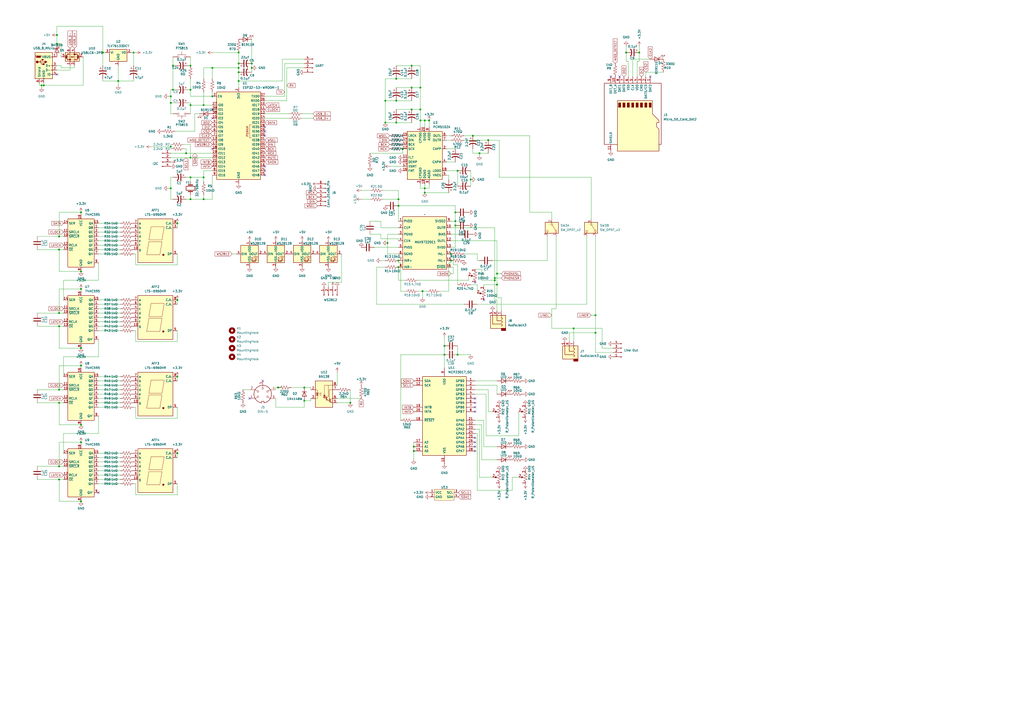
<source format=kicad_sch>
(kicad_sch (version 20231120) (generator "eeschema") (generator_version "8.0")
  (paper "A2")
  (junction (at 100.33 52.07))
  (junction (at 138.43 30.48))
  (junction (at 273.05 104.14))
  (junction (at 34.29 181.61))
  (junction (at 110.49 38.1))
  (junction (at 233.68 86.36))
  (junction (at 118.11 60.96))
  (junction (at 118.11 115.57))
  (junction (at 25.4 49.53))
  (junction (at 243.84 50.8))
  (junction (at 288.29 158.75))
  (junction (at 264.16 123.19))
  (junction (at 203.2 233.68))
  (junction (at 33.02 20.32))
  (junction (at 46.99 123.19))
  (junction (at 231.14 115.57))
  (junction (at 176.53 224.79))
  (junction (at 264.16 130.81))
  (junction (at 223.52 58.42))
  (junction (at 287.02 162.56))
  (junction (at 59.69 30.48))
  (junction (at 287.02 161.29))
  (junction (at 99.06 55.88))
  (junction (at 46.99 256.54))
  (junction (at 146.05 36.83))
  (junction (at 261.62 151.13))
  (junction (at 238.76 63.5))
  (junction (at 240.03 261.62))
  (junction (at 110.49 60.96))
  (junction (at 245.11 168.91))
  (junction (at 274.32 78.74))
  (junction (at 283.21 81.28))
  (junction (at 176.53 232.41))
  (junction (at 107.95 88.9))
  (junction (at 110.49 52.07))
  (junction (at 34.29 144.78))
  (junction (at 224.79 140.97))
  (junction (at 278.13 88.9))
  (junction (at 257.81 200.66))
  (junction (at 77.47 30.48))
  (junction (at 102.87 262.89))
  (junction (at 238.76 50.8))
  (junction (at 110.49 102.87))
  (junction (at 229.87 45.72))
  (junction (at 229.87 71.12))
  (junction (at 223.52 71.12))
  (junction (at 161.29 224.79))
  (junction (at 265.43 205.74))
  (junction (at 363.22 30.48))
  (junction (at 146.05 39.37))
  (junction (at 138.43 41.91))
  (junction (at 231.14 151.13))
  (junction (at 102.87 129.54))
  (junction (at 123.19 55.88))
  (junction (at 46.99 157.48))
  (junction (at 243.84 63.5))
  (junction (at 46.99 167.64))
  (junction (at 46.99 290.83))
  (junction (at 264.16 128.27))
  (junction (at 100.33 38.1))
  (junction (at 34.29 137.16))
  (junction (at 46.99 212.09))
  (junction (at 138.43 46.99))
  (junction (at 33.02 25.4))
  (junction (at 345.44 182.88))
  (junction (at 118.11 102.87))
  (junction (at 99.06 59.69))
  (junction (at 34.29 189.23))
  (junction (at 138.43 36.83))
  (junction (at 246.38 111.76))
  (junction (at 332.74 190.5))
  (junction (at 231.14 154.94))
  (junction (at 246.38 109.22))
  (junction (at 243.84 69.85))
  (junction (at 110.49 91.44))
  (junction (at 257.81 205.74))
  (junction (at 24.13 49.53))
  (junction (at 34.29 226.06))
  (junction (at 138.43 39.37))
  (junction (at 102.87 218.44))
  (junction (at 34.29 233.68))
  (junction (at 99.06 85.09))
  (junction (at 265.43 99.06))
  (junction (at 246.38 69.85))
  (junction (at 370.84 30.48))
  (junction (at 34.29 278.13))
  (junction (at 46.99 246.38))
  (junction (at 345.44 193.04))
  (junction (at 240.03 259.08))
  (junction (at 102.87 173.99))
  (junction (at 229.87 58.42))
  (junction (at 34.29 270.51))
  (junction (at 261.62 147.32))
  (junction (at 248.92 69.85))
  (junction (at 231.14 119.38))
  (junction (at 68.58 46.99))
  (junction (at 99.06 109.22))
  (junction (at 288.29 165.1))
  (junction (at 46.99 201.93))
  (junction (at 238.76 38.1))
  (junction (at 123.19 39.37))
  (junction (at 110.49 115.57))
  (no_connect (at 153.67 76.2))
  (no_connect (at 275.59 254))
  (no_connect (at 123.19 68.58))
  (no_connect (at 275.59 256.54))
  (no_connect (at 57.15 285.75))
  (no_connect (at 275.59 236.22))
  (no_connect (at 275.59 238.76))
  (no_connect (at 152.4 220.98))
  (no_connect (at 275.59 233.68))
  (no_connect (at 275.59 259.08))
  (no_connect (at 275.59 231.14))
  (no_connect (at 377.19 44.45))
  (no_connect (at 280.67 173.99))
  (no_connect (at 275.59 261.62))
  (no_connect (at 359.41 44.45))
  (no_connect (at 354.33 44.45))
  (no_connect (at 123.19 86.36))
  (no_connect (at 153.67 73.66))
  (no_connect (at 153.67 96.52))
  (no_connect (at 144.78 231.14))
  (no_connect (at 123.19 63.5))
  (no_connect (at 33.02 43.18))
  (no_connect (at 153.67 78.74))
  (no_connect (at 153.67 99.06))
  (no_connect (at 275.59 163.83))
  (no_connect (at 153.67 101.6))
  (wire (pts (xy 118.11 53.34) (xy 118.11 60.96)))
  (wire (pts (xy 195.58 233.68) (xy 203.2 233.68)))
  (wire (pts (xy 21.59 278.13) (xy 34.29 278.13)))
  (wire (pts (xy 273.05 99.06) (xy 273.05 104.14)))
  (wire (pts (xy 57.15 278.13) (xy 69.85 278.13)))
  (wire (pts (xy 22.86 49.53) (xy 24.13 49.53)))
  (wire (pts (xy 46.99 123.19) (xy 46.99 124.46)))
  (wire (pts (xy 101.6 59.69) (xy 99.06 59.69)))
  (wire (pts (xy 113.03 76.2) (xy 113.03 66.04)))
  (wire (pts (xy 229.87 50.8) (xy 238.76 50.8)))
  (wire (pts (xy 21.59 233.68) (xy 34.29 233.68)))
  (wire (pts (xy 78.74 236.22) (xy 77.47 236.22)))
  (wire (pts (xy 363.22 35.56) (xy 363.22 30.48)))
  (wire (pts (xy 257.81 195.58) (xy 257.81 200.66)))
  (wire (pts (xy 288.29 259.08) (xy 280.67 259.08)))
  (wire (pts (xy 240.03 256.54) (xy 240.03 259.08)))
  (wire (pts (xy 146.05 39.37) (xy 146.05 41.91)))
  (wire (pts (xy 261.62 154.94) (xy 262.89 154.94)))
  (wire (pts (xy 99.06 52.07) (xy 100.33 52.07)))
  (wire (pts (xy 161.29 224.79) (xy 160.02 224.79)))
  (wire (pts (xy 34.29 278.13) (xy 34.29 290.83)))
  (wire (pts (xy 288.29 228.6) (xy 288.29 223.52)))
  (wire (pts (xy 176.53 236.22) (xy 176.53 232.41)))
  (wire (pts (xy 99.06 83.82) (xy 99.06 85.09)))
  (wire (pts (xy 102.87 198.12) (xy 78.74 198.12)))
  (wire (pts (xy 21.59 226.06) (xy 34.29 226.06)))
  (wire (pts (xy 138.43 46.99) (xy 138.43 50.8)))
  (wire (pts (xy 320.04 179.07) (xy 320.04 190.5)))
  (wire (pts (xy 25.4 49.53) (xy 25.4 48.26)))
  (wire (pts (xy 99.06 55.88) (xy 99.06 52.07)))
  (wire (pts (xy 243.84 50.8) (xy 243.84 63.5)))
  (wire (pts (xy 261.62 139.7) (xy 288.29 139.7)))
  (wire (pts (xy 107.95 102.87) (xy 110.49 102.87)))
  (wire (pts (xy 68.58 46.99) (xy 68.58 49.53)))
  (wire (pts (xy 203.2 226.06) (xy 203.2 233.68)))
  (wire (pts (xy 246.38 111.76) (xy 260.35 111.76)))
  (wire (pts (xy 259.08 93.98) (xy 264.16 93.98)))
  (wire (pts (xy 138.43 41.91) (xy 138.43 46.99)))
  (wire (pts (xy 77.47 30.48) (xy 78.74 30.48)))
  (wire (pts (xy 57.15 231.14) (xy 69.85 231.14)))
  (wire (pts (xy 34.29 256.54) (xy 46.99 256.54)))
  (wire (pts (xy 100.33 38.1) (xy 100.33 52.07)))
  (wire (pts (xy 229.87 63.5) (xy 238.76 63.5)))
  (wire (pts (xy 231.14 119.38) (xy 231.14 128.27)))
  (wire (pts (xy 278.13 276.86) (xy 278.13 248.92)))
  (wire (pts (xy 246.38 73.66) (xy 246.38 69.85)))
  (wire (pts (xy 110.49 33.02) (xy 110.49 38.1)))
  (wire (pts (xy 99.06 115.57) (xy 99.06 109.22)))
  (wire (pts (xy 273.05 104.14) (xy 273.05 107.95)))
  (wire (pts (xy 123.19 39.37) (xy 138.43 39.37)))
  (wire (pts (xy 102.87 153.67) (xy 78.74 153.67)))
  (wire (pts (xy 280.67 165.1) (xy 288.29 165.1)))
  (wire (pts (xy 364.49 44.45) (xy 364.49 35.56)))
  (wire (pts (xy 288.29 165.1) (xy 288.29 172.72)))
  (wire (pts (xy 46.99 256.54) (xy 46.99 257.81)))
  (wire (pts (xy 123.19 53.34) (xy 123.19 55.88)))
  (wire (pts (xy 100.33 52.07) (xy 101.6 52.07)))
  (wire (pts (xy 59.69 46.99) (xy 68.58 46.99)))
  (wire (pts (xy 280.67 259.08) (xy 280.67 243.84)))
  (wire (pts (xy 285.75 238.76) (xy 283.21 238.76)))
  (wire (pts (xy 198.12 163.83) (xy 190.5 163.83)))
  (wire (pts (xy 153.67 55.88) (xy 165.1 55.88)))
  (wire (pts (xy 48.26 49.53) (xy 25.4 49.53)))
  (wire (pts (xy 100.33 66.04) (xy 99.06 66.04)))
  (wire (pts (xy 209.55 115.57) (xy 214.63 115.57)))
  (wire (pts (xy 259.08 81.28) (xy 261.62 81.28)))
  (wire (pts (xy 57.15 181.61) (xy 69.85 181.61)))
  (wire (pts (xy 262.89 148.59) (xy 262.89 153.67)))
  (wire (pts (xy 229.87 38.1) (xy 238.76 38.1)))
  (wire (pts (xy 36.83 270.51) (xy 34.29 270.51)))
  (wire (pts (xy 243.84 38.1) (xy 243.84 50.8)))
  (wire (pts (xy 248.92 106.68) (xy 248.92 109.22)))
  (wire (pts (xy 281.94 228.6) (xy 275.59 228.6)))
  (wire (pts (xy 257.81 200.66) (xy 257.81 205.74)))
  (wire (pts (xy 87.63 85.09) (xy 99.06 85.09)))
  (wire (pts (xy 264.16 143.51) (xy 261.62 143.51)))
  (wire (pts (xy 78.74 287.02) (xy 78.74 280.67)))
  (wire (pts (xy 369.57 35.56) (xy 369.57 44.45)))
  (wire (pts (xy 264.16 128.27) (xy 264.16 130.81)))
  (wire (pts (xy 180.34 232.41) (xy 180.34 231.14)))
  (wire (pts (xy 34.29 246.38) (xy 46.99 246.38)))
  (wire (pts (xy 21.59 137.16) (xy 34.29 137.16)))
  (wire (pts (xy 57.15 196.85) (xy 57.15 207.01)))
  (wire (pts (xy 59.69 30.48) (xy 60.96 30.48)))
  (wire (pts (xy 109.22 38.1) (xy 110.49 38.1)))
  (wire (pts (xy 24.13 49.53) (xy 25.4 49.53)))
  (wire (pts (xy 110.49 115.57) (xy 107.95 115.57)))
  (wire (pts (xy 40.64 40.64) (xy 40.64 38.1)))
  (wire (pts (xy 57.15 147.32) (xy 69.85 147.32)))
  (wire (pts (xy 274.32 78.74) (xy 307.34 78.74)))
  (wire (pts (xy 243.84 69.85) (xy 243.84 63.5)))
  (wire (pts (xy 138.43 39.37) (xy 138.43 41.91)))
  (wire (pts (xy 349.25 201.93) (xy 355.6 201.93)))
  (wire (pts (xy 57.15 223.52) (xy 69.85 223.52)))
  (wire (pts (xy 288.29 158.75) (xy 290.83 158.75)))
  (wire (pts (xy 264.16 123.19) (xy 264.16 128.27)))
  (wire (pts (xy 106.68 83.82) (xy 110.49 83.82)))
  (wire (pts (xy 176.53 232.41) (xy 180.34 232.41)))
  (wire (pts (xy 57.15 189.23) (xy 69.85 189.23)))
  (wire (pts (xy 101.6 76.2) (xy 113.03 76.2)))
  (wire (pts (xy 100.33 33.02) (xy 100.33 38.1)))
  (wire (pts (xy 232.41 152.4) (xy 232.41 168.91)))
  (wire (pts (xy 259.08 86.36) (xy 264.16 86.36)))
  (wire (pts (xy 59.69 45.72) (xy 59.69 46.99)))
  (wire (pts (xy 102.87 147.32) (xy 102.87 153.67)))
  (wire (pts (xy 231.14 162.56) (xy 234.95 162.56)))
  (wire (pts (xy 370.84 26.67) (xy 370.84 30.48)))
  (wire (pts (xy 262.89 154.94) (xy 262.89 158.75)))
  (wire (pts (xy 34.29 123.19) (xy 46.99 123.19)))
  (wire (pts (xy 190.5 163.83) (xy 190.5 166.37)))
  (wire (pts (xy 261.62 135.89) (xy 266.7 135.89)))
  (wire (pts (xy 283.21 238.76) (xy 283.21 226.06)))
  (wire (pts (xy 243.84 109.22) (xy 246.38 109.22)))
  (wire (pts (xy 57.15 218.44) (xy 69.85 218.44)))
  (wire (pts (xy 345.44 204.47) (xy 355.6 204.47)))
  (wire (pts (xy 261.62 147.32) (xy 261.62 148.59)))
  (wire (pts (xy 223.52 58.42) (xy 223.52 45.72)))
  (wire (pts (xy 57.15 162.56) (xy 36.83 162.56)))
  (wire (pts (xy 260.35 152.4) (xy 260.35 168.91)))
  (wire (pts (xy 288.29 173.99) (xy 288.29 180.34)))
  (wire (pts (xy 57.15 144.78) (xy 69.85 144.78)))
  (wire (pts (xy 278.13 151.13) (xy 276.86 151.13)))
  (wire (pts (xy 317.5 151.13) (xy 285.75 151.13)))
  (wire (pts (xy 57.15 186.69) (xy 69.85 186.69)))
  (wire (pts (xy 110.49 102.87) (xy 118.11 102.87)))
  (wire (pts (xy 36.83 137.16) (xy 34.29 137.16)))
  (wire (pts (xy 77.47 30.48) (xy 77.47 38.1)))
  (wire (pts (xy 243.84 69.85) (xy 246.38 69.85)))
  (wire (pts (xy 231.14 110.49) (xy 231.14 115.57)))
  (wire (pts (xy 57.15 191.77) (xy 69.85 191.77)))
  (wire (pts (xy 261.62 152.4) (xy 260.35 152.4)))
  (wire (pts (xy 246.38 69.85) (xy 248.92 69.85)))
  (wire (pts (xy 57.15 275.59) (xy 69.85 275.59)))
  (wire (pts (xy 57.15 236.22) (xy 69.85 236.22)))
  (wire (pts (xy 273.05 165.1) (xy 276.86 165.1)))
  (wire (pts (xy 279.4 266.7) (xy 279.4 246.38)))
  (wire (pts (xy 209.55 110.49) (xy 214.63 110.49)))
  (wire (pts (xy 153.67 58.42) (xy 166.37 58.42)))
  (wire (pts (xy 288.29 158.75) (xy 288.29 165.1)))
  (wire (pts (xy 24.13 49.53) (xy 24.13 50.8)))
  (wire (pts (xy 34.29 137.16) (xy 34.29 123.19)))
  (wire (pts (xy 220.98 135.89) (xy 220.98 138.43)))
  (wire (pts (xy 288.29 266.7) (xy 279.4 266.7)))
  (wire (pts (xy 243.84 38.1) (xy 238.76 38.1)))
  (wire (pts (xy 118.11 39.37) (xy 123.19 39.37)))
  (wire (pts (xy 102.87 218.44) (xy 102.87 220.98)))
  (wire (pts (xy 57.15 152.4) (xy 57.15 162.56)))
  (wire (pts (xy 175.26 68.58) (xy 181.61 68.58)))
  (wire (pts (xy 57.15 137.16) (xy 69.85 137.16)))
  (wire (pts (xy 102.87 129.54) (xy 102.87 132.08)))
  (wire (pts (xy 278.13 88.9) (xy 278.13 90.17)))
  (wire (pts (xy 276.86 251.46) (xy 275.59 251.46)))
  (wire (pts (xy 287.02 132.08) (xy 287.02 161.29)))
  (wire (pts (xy 57.15 179.07) (xy 69.85 179.07)))
  (wire (pts (xy 242.57 168.91) (xy 245.11 168.91)))
  (wire (pts (xy 278.13 88.9) (xy 283.21 88.9)))
  (wire (pts (xy 33.02 40.64) (xy 40.64 40.64)))
  (wire (pts (xy 33.02 15.24) (xy 33.02 20.32)))
  (wire (pts (xy 68.58 38.1) (xy 68.58 46.99)))
  (wire (pts (xy 34.29 144.78) (xy 34.29 157.48)))
  (wire (pts (xy 110.49 113.03) (xy 110.49 115.57)))
  (wire (pts (xy 59.69 30.48) (xy 59.69 15.24)))
  (wire (pts (xy 260.35 168.91) (xy 255.27 168.91)))
  (wire (pts (xy 220.98 151.13) (xy 223.52 151.13)))
  (wire (pts (xy 110.49 102.87) (xy 110.49 105.41)))
  (wire (pts (xy 34.29 167.64) (xy 46.99 167.64)))
  (wire (pts (xy 233.68 86.36) (xy 233.68 88.9)))
  (wire (pts (xy 278.13 248.92) (xy 275.59 248.92)))
  (wire (pts (xy 102.87 173.99) (xy 102.87 176.53)))
  (wire (pts (xy 243.84 50.8) (xy 238.76 50.8)))
  (wire (pts (xy 78.74 153.67) (xy 78.74 147.32)))
  (wire (pts (xy 160.02 231.14) (xy 160.02 236.22)))
  (wire (pts (xy 320.04 123.19) (xy 320.04 127)))
  (wire (pts (xy 102.87 242.57) (xy 78.74 242.57)))
  (wire (pts (xy 57.15 262.89) (xy 69.85 262.89)))
  (wire (pts (xy 34.29 290.83) (xy 46.99 290.83)))
  (wire (pts (xy 307.34 78.74) (xy 307.34 123.19)))
  (wire (pts (xy 265.43 99.06) (xy 265.43 107.95)))
  (wire (pts (xy 166.37 58.42) (xy 166.37 39.37)))
  (wire (pts (xy 165.1 36.83) (xy 176.53 36.83)))
  (wire (pts (xy 287.02 161.29) (xy 287.02 162.56)))
  (wire (pts (xy 57.15 220.98) (xy 69.85 220.98)))
  (wire (pts (xy 223.52 71.12) (xy 229.87 71.12)))
  (wire (pts (xy 332.74 190.5) (xy 349.25 190.5)))
  (wire (pts (xy 99.06 59.69) (xy 99.06 55.88)))
  (wire (pts (xy 78.74 191.77) (xy 77.47 191.77)))
  (wire (pts (xy 36.83 144.78) (xy 34.29 144.78)))
  (wire (pts (xy 57.15 251.46) (xy 36.83 251.46)))
  (wire (pts (xy 231.14 132.08) (xy 220.98 132.08)))
  (wire (pts (xy 271.78 162.56) (xy 271.78 160.02)))
  (wire (pts (xy 36.83 162.56) (xy 36.83 173.99)))
  (wire (pts (xy 345.44 193.04) (xy 345.44 204.47)))
  (wire (pts (xy 220.98 128.27) (xy 214.63 128.27)))
  (wire (pts (xy 77.47 46.99) (xy 77.47 45.72)))
  (wire (pts (xy 163.83 224.79) (xy 161.29 224.79)))
  (wire (pts (xy 340.36 137.16) (xy 340.36 176.53)))
  (wire (pts (xy 21.59 270.51) (xy 34.29 270.51)))
  (wire (pts (xy 110.49 55.88) (xy 110.49 52.07)))
  (wire (pts (xy 242.57 162.56) (xy 271.78 162.56)))
  (wire (pts (xy 102.87 280.67) (xy 102.87 287.02)))
  (wire (pts (xy 102.87 287.02) (xy 78.74 287.02)))
  (wire (pts (xy 226.06 96.52) (xy 233.68 96.52)))
  (wire (pts (xy 218.44 154.94) (xy 223.52 154.94)))
  (wire (pts (xy 287.02 162.56) (xy 287.02 173.99)))
  (wire (pts (xy 59.69 30.48) (xy 59.69 38.1)))
  (wire (pts (xy 160.02 236.22) (xy 176.53 236.22)))
  (wire (pts (xy 33.02 38.1) (xy 35.56 38.1)))
  (wire (pts (xy 57.15 142.24) (xy 69.85 142.24)))
  (wire (pts (xy 214.63 88.9) (xy 233.68 88.9)))
  (wire (pts (xy 146.05 36.83) (xy 146.05 39.37)))
  (wire (pts (xy 262.89 153.67) (xy 265.43 153.67)))
  (wire (pts (xy 289.56 81.28) (xy 289.56 102.87)))
  (wire (pts (xy 342.9 182.88) (xy 345.44 182.88)))
  (wire (pts (xy 21.59 181.61) (xy 34.29 181.61)))
  (wire (pts (xy 110.49 59.69) (xy 110.49 60.96)))
  (wire (pts (xy 110.49 83.82) (xy 110.49 91.44)))
  (wire (pts (xy 99.06 88.9) (xy 107.95 88.9)))
  (wire (pts (xy 363.22 26.67) (xy 363.22 30.48)))
  (wire (pts (xy 224.79 147.32) (xy 224.79 140.97)))
  (wire (pts (xy 46.99 167.64) (xy 46.99 168.91)))
  (wire (pts (xy 349.25 190.5) (xy 349.25 201.93)))
  (wire (pts (xy 229.87 58.42) (xy 238.76 58.42)))
  (wire (pts (xy 317.5 137.16) (xy 317.5 151.13)))
  (wire (pts (xy 99.06 91.44) (xy 110.49 91.44)))
  (wire (pts (xy 231.14 151.13) (xy 231.14 152.4)))
  (wire (pts (xy 118.11 115.57) (xy 110.49 115.57)))
  (wire (pts (xy 57.15 280.67) (xy 69.85 280.67)))
  (wire (pts (xy 243.84 73.66) (xy 243.84 69.85)))
  (wire (pts (xy 99.06 55.88) (xy 97.79 55.88)))
  (wire (pts (xy 231.14 110.49) (xy 222.25 110.49)))
  (wire (pts (xy 46.99 212.09) (xy 46.99 213.36)))
  (wire (pts (xy 34.29 233.68) (xy 34.29 246.38)))
  (wire (pts (xy 231.14 138.43) (xy 231.14 139.7)))
  (wire (pts (xy 160.02 224.79) (xy 160.02 226.06)))
  (wire (pts (xy 370.84 35.56) (xy 369.57 35.56)))
  (wire (pts (xy 332.74 190.5) (xy 332.74 198.12)))
  (wire (pts (xy 275.59 156.21) (xy 279.4 156.21)))
  (wire (pts (xy 59.69 15.24) (xy 33.02 15.24)))
  (wire (pts (xy 280.67 166.37) (xy 280.67 165.1)))
  (wire (pts (xy 118.11 115.57) (xy 123.19 115.57)))
  (wire (pts (xy 223.52 45.72) (xy 229.87 45.72)))
  (wire (pts (xy 224.79 140.97) (xy 224.79 135.89)))
  (wire (pts (xy 222.25 115.57) (xy 231.14 115.57)))
  (wire (pts (xy 57.15 241.3) (xy 57.15 251.46)))
  (wire (pts (xy 99.06 109.22) (xy 99.06 102.87)))
  (wire (pts (xy 34.29 181.61) (xy 34.29 167.64)))
  (wire (pts (xy 36.83 181.61) (xy 34.29 181.61)))
  (wire (pts (xy 229.87 45.72) (xy 238.76 45.72)))
  (wire (pts (xy 138.43 36.83) (xy 138.43 39.37)))
  (wire (pts (xy 218.44 176.53) (xy 218.44 154.94)))
  (wire (pts (xy 245.11 168.91) (xy 245.11 172.72)))
  (wire (pts (xy 78.74 242.57) (xy 78.74 236.22)))
  (wire (pts (xy 279.4 246.38) (xy 275.59 246.38)))
  (wire (pts (xy 261.62 132.08) (xy 287.02 132.08)))
  (wire (pts (xy 110.49 52.07) (xy 110.49 45.72)))
  (wire (pts (xy 279.4 156.21) (xy 279.4 162.56)))
  (wire (pts (xy 34.29 226.06) (xy 34.29 212.09)))
  (wire (pts (xy 288.29 172.72) (xy 290.83 172.72)))
  (wire (pts (xy 118.11 113.03) (xy 118.11 115.57)))
  (wire (pts (xy 384.81 41.91) (xy 374.65 41.91)))
  (wire (pts (xy 35.56 39.37) (xy 43.18 39.37)))
  (wire (pts (xy 107.95 88.9) (xy 123.19 88.9)))
  (wire (pts (xy 367.03 44.45) (xy 367.03 34.29)))
  (wire (pts (xy 99.06 85.09) (xy 99.06 86.36)))
  (wire (pts (xy 57.15 228.6) (xy 69.85 228.6)))
  (wire (pts (xy 78.74 280.67) (xy 77.47 280.67)))
  (wire (pts (xy 224.79 135.89) (xy 231.14 135.89)))
  (wire (pts (xy 217.17 143.51) (xy 231.14 143.51)))
  (wire (pts (xy 265.43 153.67) (xy 265.43 165.1)))
  (wire (pts (xy 35.56 38.1) (xy 35.56 39.37)))
  (wire (pts (xy 370.84 30.48) (xy 370.84 35.56)))
  (wire (pts (xy 232.41 205.74) (xy 257.81 205.74)))
  (wire (pts (xy 262.89 158.75) (xy 261.62 158.75)))
  (wire (pts (xy 168.91 224.79) (xy 176.53 224.79)))
  (wire (pts (xy 229.87 58.42) (xy 223.52 58.42)))
  (wire (pts (xy 43.18 39.37) (xy 43.18 38.1)))
  (wire (pts (xy 102.87 191.77) (xy 102.87 198.12)))
  (wire (pts (xy 138.43 30.48) (xy 138.43 36.83)))
  (wire (pts (xy 223.52 58.42) (xy 223.52 71.12)))
  (wire (pts (xy 231.14 152.4) (xy 232.41 152.4)))
  (wire (pts (xy 300.99 252.73) (xy 281.94 252.73)))
  (wire (pts (xy 140.97 226.06) (xy 144.78 226.06)))
  (wire (pts (xy 330.2 193.04) (xy 330.2 198.12)))
  (wire (pts (xy 57.15 226.06) (xy 69.85 226.06)))
  (wire (pts (xy 330.2 193.04) (xy 345.44 193.04)))
  (wire (pts (xy 280.67 243.84) (xy 275.59 243.84)))
  (wire (pts (xy 118.11 99.06) (xy 123.19 99.06)))
  (wire (pts (xy 260.35 101.6) (xy 260.35 104.14)))
  (wire (pts (xy 57.15 270.51) (xy 69.85 270.51)))
  (wire (pts (xy 265.43 200.66) (xy 265.43 205.74)))
  (wire (pts (xy 342.9 102.87) (xy 342.9 127)))
  (wire (pts (xy 231.14 115.57) (xy 231.14 119.38)))
  (wire (pts (xy 118.11 102.87) (xy 118.11 99.06)))
  (wire (pts (xy 35.56 25.4) (xy 35.56 33.02)))
  (wire (pts (xy 374.65 41.91) (xy 374.65 44.45)))
  (wire (pts (xy 231.14 119.38) (xy 264.16 119.38)))
  (wire (pts (xy 57.15 207.01) (xy 36.83 207.01)))
  (wire (pts (xy 106.68 86.36) (xy 107.95 86.36)))
  (wire (pts (xy 146.05 22.86) (xy 146.05 36.83)))
  (wire (pts (xy 57.15 176.53) (xy 69.85 176.53)))
  (wire (pts (xy 100.33 115.57) (xy 99.06 115.57)))
  (wire (pts (xy 307.34 123.19) (xy 320.04 123.19)))
  (wire (pts (xy 257.81 205.74) (xy 257.81 213.36)))
  (wire (pts (xy 36.83 251.46) (xy 36.83 262.89)))
  (wire (pts (xy 320.04 190.5) (xy 332.74 190.5)))
  (wire (pts (xy 99.06 109.22) (xy 97.79 109.22)))
  (wire (pts (xy 229.87 71.12) (xy 238.76 71.12)))
  (wire (pts (xy 220.98 138.43) (xy 231.14 138.43)))
  (wire (pts (xy 283.21 81.28) (xy 289.56 81.28)))
  (wire (pts (xy 269.24 147.32) (xy 276.86 147.32)))
  (wire (pts (xy 123.19 30.48) (xy 138.43 30.48)))
  (wire (pts (xy 248.92 73.66) (xy 248.92 69.85)))
  (wire (pts (xy 261.62 151.13) (xy 261.62 152.4)))
  (wire (pts (xy 275.59 220.98) (xy 288.29 220.98)))
  (wire (pts (xy 261.62 128.27) (xy 264.16 128.27)))
  (wire (pts (xy 232.41 243.84) (xy 232.41 205.74)))
  (wire (pts (xy 345.44 182.88) (xy 345.44 193.04)))
  (wire (pts (xy 288.29 223.52) (xy 275.59 223.52)))
  (wire (pts (xy 110.49 91.44) (xy 123.19 91.44)))
  (wire (pts (xy 57.15 265.43) (xy 69.85 265.43)))
  (wire (pts (xy 36.83 207.01) (xy 36.83 218.44)))
  (wire (pts (xy 218.44 176.53) (xy 269.24 176.53)))
  (wire (pts (xy 220.98 132.08) (xy 220.98 128.27)))
  (wire (pts (xy 285.75 276.86) (xy 278.13 276.86)))
  (wire (pts (xy 48.26 33.02) (xy 48.26 49.53)))
  (wire (pts (xy 367.03 34.29) (xy 377.19 34.29)))
  (wire (pts (xy 259.08 99.06) (xy 265.43 99.06)))
  (wire (pts (xy 231.14 154.94) (xy 231.14 162.56)))
  (wire (pts (xy 123.19 55.88) (xy 110.49 55.88)))
  (wire (pts (xy 118.11 102.87) (xy 118.11 105.41)))
  (wire (pts (xy 176.53 224.79) (xy 180.34 224.79)))
  (wire (pts (xy 78.74 147.32) (xy 77.47 147.32)))
  (wire (pts (xy 264.16 130.81) (xy 264.16 143.51)))
  (wire (pts (xy 240.03 259.08) (xy 240.03 261.62)))
  (wire (pts (xy 180.34 224.79) (xy 180.34 226.06)))
  (wire (pts (xy 320.04 179.07) (xy 322.58 179.07)))
  (wire (pts (xy 245.11 168.91) (xy 247.65 168.91)))
  (wire (pts (xy 246.38 109.22) (xy 246.38 111.76)))
  (wire (pts (xy 34.29 157.48) (xy 46.99 157.48)))
  (wire (pts (xy 110.49 59.69) (xy 109.22 59.69)))
  (wire (pts (xy 287.02 173.99) (xy 288.29 173.99)))
  (wire (pts (xy 153.67 68.58) (xy 167.64 68.58)))
  (wire (pts (xy 57.15 134.62) (xy 69.85 134.62)))
  (wire (pts (xy 300.99 276.86) (xy 297.18 276.86)))
  (wire (pts (xy 113.03 66.04) (xy 115.57 66.04)))
  (wire (pts (xy 109.22 52.07) (xy 110.49 52.07)))
  (wire (pts (xy 279.4 162.56) (xy 287.02 162.56)))
  (wire (pts (xy 36.83 278.13) (xy 34.29 278.13)))
  (wire (pts (xy 76.2 30.48) (xy 77.47 30.48)))
  (wire (pts (xy 290.83 172.72) (xy 290.83 180.34)))
  (wire (pts (xy 265.43 205.74) (xy 273.05 205.74)))
  (wire (pts (xy 33.02 20.32) (xy 33.02 25.4)))
  (wire (pts (xy 243.84 63.5) (xy 238.76 63.5)))
  (wire (pts (xy 274.32 88.9) (xy 278.13 88.9)))
  (wire (pts (xy 195.58 215.9) (xy 195.58 223.52)))
  (wire (pts (xy 297.18 284.48) (xy 276.86 284.48)))
  (wire (pts (xy 68.58 46.99) (xy 77.47 46.99)))
  (wire (pts (xy 134.62 147.32) (xy 137.16 147.32)))
  (wire (pts (xy 274.32 86.36) (xy 274.32 88.9)))
  (wire (pts (xy 57.15 184.15) (xy 69.85 184.15)))
  (wire (pts (xy 288.29 139.7) (xy 288.29 158.75)))
  (wire (pts (xy 100.33 38.1) (xy 101.6 38.1)))
  (wire (pts (xy 107.95 86.36) (xy 107.95 88.9)))
  (wire (pts (xy 276.86 147.32) (xy 276.86 151.13)))
  (wire (pts (xy 231.14 147.32) (xy 224.79 147.32)))
  (wire (pts (xy 232.41 168.91) (xy 234.95 168.91)))
  (wire (pts (xy 276.86 165.1) (xy 276.86 170.18)))
  (wire (pts (xy 289.56 102.87) (xy 342.9 102.87)))
  (wire (pts (xy 281.94 252.73) (xy 281.94 228.6)))
  (wire (pts (xy 214.63 135.89) (xy 220.98 135.89)))
  (wire (pts (xy 36.83 189.23) (xy 34.29 189.23)))
  (wire (pts (xy 248.92 109.22) (xy 246.38 109.22)))
  (wire (pts (xy 261.62 148.59) (xy 262.89 148.59)))
  (wire (pts (xy 99.06 66.04) (xy 99.06 59.69)))
  (wire (pts (xy 57.15 173.99) (xy 69.85 173.99)))
  (wire (pts (xy 36.83 233.68) (xy 34.29 233.68)))
  (wire (pts (xy 240.03 261.62) (xy 240.03 266.7)))
  (wire (pts (xy 34.29 270.51) (xy 34.29 256.54)))
  (wire (pts (xy 99.06 102.87) (xy 100.33 102.87)))
  (wire (pts (xy 166.37 39.37) (xy 176.53 39.37)))
  (wire (pts (xy 21.59 144.78) (xy 34.29 144.78)))
  (wire (pts (xy 276.86 284.48) (xy 276.86 251.46)))
  (wire (pts (xy 243.84 106.68) (xy 243.84 109.22)))
  (wire (pts (xy 322.58 137.16) (xy 322.58 179.07)))
  (wire (pts (xy 22.86 48.26) (xy 22.86 49.53)))
  (wire (pts (xy 102.87 236.22) (xy 102.87 242.57)))
  (wire (pts (xy 57.15 132.08) (xy 69.85 132.08)))
  (wire (pts (xy 259.08 78.74) (xy 261.62 78.74)))
  (wire (pts (xy 163.83 46.99) (xy 163.83 34.29)))
  (wire (pts (xy 175.26 66.04) (xy 181.61 66.04)))
  (wire (pts (xy 78.74 198.12) (xy 78.74 191.77)))
  (wire (pts (xy 57.15 233.68) (xy 69.85 233.68)))
  (wire (pts (xy 138.43 46.99) (xy 163.83 46.99)))
  (wire (pts (xy 153.67 66.04) (xy 167.64 66.04)))
  (wire (pts (xy 110.49 60.96) (xy 110.49 66.04)))
  (wire (pts (xy 34.29 201.93) (xy 46.99 201.93)))
  (wire (pts (xy 57.15 267.97) (xy 69.85 267.97)))
  (wire (pts (xy 163.83 34.29) (xy 176.53 34.29)))
  (wire (pts (xy 123.19 115.57) (xy 123.19 101.6)))
  (wire (pts (xy 118.11 45.72) (xy 118.11 39.37)))
  (wire (pts (xy 21.59 189.23) (xy 34.29 189.23)))
  (wire (pts (xy 165.1 55.88) (xy 165.1 36.83)))
  (wire (pts (xy 246.38 106.68) (xy 246.38 109.22)))
  (wire (pts (xy 195.58 231.14) (xy 209.55 231.14)))
  (wire (pts (xy 198.12 147.32) (xy 198.12 163.83)))
  (wire (pts (xy 259.08 101.6) (xy 260.35 101.6)))
  (wire (pts (xy 264.16 119.38) (xy 264.16 123.19)))
  (wire (pts (xy 345.44 137.16) (xy 345.44 182.88)))
  (wire (pts (xy 57.15 129.54) (xy 69.85 129.54)))
  (wire (pts (xy 276.86 176.53) (xy 340.36 176.53)))
  (wire (pts (xy 57.15 273.05) (xy 69.85 273.05)))
  (wire (pts (xy 110.49 60.96) (xy 118.11 60.96)))
  (wire (pts (xy 34.29 189.23) (xy 34.29 201.93)))
  (wire (pts (xy 36.83 226.06) (xy 34.29 226.06)))
  (wire (pts (xy 283.21 226.06) (xy 275.59 226.06)))
  (wire (pts (xy 34.29 212.09) (xy 46.99 212.09)))
  (wire (pts (xy 300.99 238.76) (xy 300.99 252.73)))
  (wire (pts (xy 364.49 35.56) (xy 363.22 35.56)))
  (wire (pts (xy 102.87 262.89) (xy 102.87 265.43)))
  (wire (pts (xy 123.19 45.72) (xy 123.19 39.37)))
  (wire (pts (xy 33.02 25.4) (xy 35.56 25.4)))
  (wire (pts (xy 297.18 276.86) (xy 297.18 284.48)))
  (wire (pts (xy 118.11 60.96) (xy 123.19 60.96)))
  (wire (pts (xy 287.02 161.29) (xy 290.83 161.29)))
  (wire (pts (xy 269.24 78.74) (xy 274.32 78.74)))
  (wire (pts (xy 269.24 81.28) (xy 283.21 81.28)))
  (wire (pts (xy 57.15 139.7) (xy 69.85 139.7)))
  (global_label "USB_D-" (shape input) (at 40.64 27.94 90) (property "Intersheetrefs" "${INTERSHEET_REFS}" (effects (hide yes))))
  (global_label "MCK" (shape input) (at 226.06 86.36 180) (property "Intersheetrefs" "${INTERSHEET_REFS}" (effects (hide yes))))
  (global_label "mSD_DETECT" (shape input) (at 356.87 36.83 90) (property "Intersheetrefs" "${INTERSHEET_REFS}" (effects (hide yes))))
  (global_label "WSEL" (shape input) (at 184.15 119.38 180) (property "Intersheetrefs" "${INTERSHEET_REFS}" (effects (hide yes))))
  (global_label "SHDN" (shape input) (at 153.67 93.98 0) (property "Intersheetrefs" "${INTERSHEET_REFS}" (effects (hide yes))))
  (global_label "USB_D-" (shape input) (at 181.61 66.04 0) (property "Intersheetrefs" "${INTERSHEET_REFS}" (effects (hide yes))))
  (global_label "CLK2" (shape input) (at 123.19 78.74 180) (property "Intersheetrefs" "${INTERSHEET_REFS}" (effects (hide yes))))
  (global_label "WS2812" (shape input) (at 123.19 83.82 180) (property "Intersheetrefs" "${INTERSHEET_REFS}" (effects (hide yes))))
  (global_label "CLK2" (shape input) (at 377.19 34.29 90) (property "Intersheetrefs" "${INTERSHEET_REFS}" (effects (hide yes))))
  (global_label "CLOCK" (shape input) (at 36.83 223.52 180) (property "Intersheetrefs" "${INTERSHEET_REFS}" (effects (hide yes))))
  (global_label "BCK" (shape input) (at 153.67 86.36 0) (property "Intersheetrefs" "${INTERSHEET_REFS}" (effects (hide yes))))
  (global_label "CLOCK" (shape input) (at 36.83 267.97 180) (property "Intersheetrefs" "${INTERSHEET_REFS}" (effects (hide yes))))
  (global_label "PHONESL" (shape input) (at 290.83 158.75 0) (property "Intersheetrefs" "${INTERSHEET_REFS}" (effects (hide yes))))
  (global_label "INTA" (shape input) (at 123.19 96.52 180) (property "Intersheetrefs" "${INTERSHEET_REFS}" (effects (hide yes))))
  (global_label "BCK" (shape input) (at 184.15 114.3 180) (property "Intersheetrefs" "${INTERSHEET_REFS}" (effects (hide yes))))
  (global_label "LATCH" (shape input) (at 153.67 60.96 0) (property "Intersheetrefs" "${INTERSHEET_REFS}" (effects (hide yes))))
  (global_label "INTB" (shape input) (at 123.19 93.98 180) (property "Intersheetrefs" "${INTERSHEET_REFS}" (effects (hide yes))))
  (global_label "WSEL" (shape input) (at 226.06 78.74 180) (property "Intersheetrefs" "${INTERSHEET_REFS}" (effects (hide yes))))
  (global_label "WS2812" (shape input) (at 134.62 147.32 180) (property "Intersheetrefs" "${INTERSHEET_REFS}" (effects (hide yes))))
  (global_label "CS2" (shape input) (at 123.19 76.2 180) (property "Intersheetrefs" "${INTERSHEET_REFS}" (effects (hide yes))))
  (global_label "DIN" (shape input) (at 153.67 83.82 0) (property "Intersheetrefs" "${INTERSHEET_REFS}" (effects (hide yes))))
  (global_label "DI2" (shape input) (at 372.11 44.45 90) (property "Intersheetrefs" "${INTERSHEET_REFS}" (effects (hide yes))))
  (global_label "RX" (shape input) (at 166.37 49.53 0) (property "Intersheetrefs" "${INTERSHEET_REFS}" (effects (hide yes))))
  (global_label "LATCH" (shape input) (at 36.83 231.14 180) (property "Intersheetrefs" "${INTERSHEET_REFS}" (effects (hide yes))))
  (global_label "DIN" (shape input) (at 226.06 81.28 180) (property "Intersheetrefs" "${INTERSHEET_REFS}" (effects (hide yes))))
  (global_label "CLOCK" (shape input) (at 36.83 134.62 180) (property "Intersheetrefs" "${INTERSHEET_REFS}" (effects (hide yes))))
  (global_label "LATCH" (shape input) (at 36.83 142.24 180) (property "Intersheetrefs" "${INTERSHEET_REFS}" (effects (hide yes))))
  (global_label "SCL1" (shape input) (at 107.95 91.44 270) (property "Intersheetrefs" "${INTERSHEET_REFS}" (effects (hide yes))))
  (global_label "DATA" (shape input) (at 36.83 129.54 180) (property "Intersheetrefs" "${INTERSHEET_REFS}" (effects (hide yes))))
  (global_label "USB_D+" (shape input) (at 43.18 27.94 90) (property "Intersheetrefs" "${INTERSHEET_REFS}" (effects (hide yes))))
  (global_label "SHDN" (shape input) (at 261.62 158.75 180) (property "Intersheetrefs" "${INTERSHEET_REFS}" (effects (hide yes))))
  (global_label "DO2" (shape input) (at 123.19 71.12 180) (property "Intersheetrefs" "${INTERSHEET_REFS}" (effects (hide yes))))
  (global_label "PHONESR" (shape input) (at 290.83 161.29 0) (property "Intersheetrefs" "${INTERSHEET_REFS}" (effects (hide yes))))
  (global_label "INTA" (shape input) (at 240.03 238.76 180) (property "Intersheetrefs" "${INTERSHEET_REFS}" (effects (hide yes))))
  (global_label "MUTE" (shape input) (at 153.67 91.44 0) (property "Intersheetrefs" "${INTERSHEET_REFS}" (effects (hide yes))))
  (global_label "SDA1" (shape input) (at 265.9285 288.2606 0) (property "Intersheetrefs" "${INTERSHEET_REFS}" (effects (hide yes))))
  (global_label "LATCH" (shape input) (at 36.83 186.69 180) (property "Intersheetrefs" "${INTERSHEET_REFS}" (effects (hide yes))))
  (global_label "BCK" (shape input) (at 226.06 83.82 180) (property "Intersheetrefs" "${INTERSHEET_REFS}" (effects (hide yes))))
  (global_label "CS2" (shape input) (at 374.65 41.91 90) (property "Intersheetrefs" "${INTERSHEET_REFS}" (effects (hide yes))))
  (global_label "RX" (shape input) (at 209.55 231.14 270) (property "Intersheetrefs" "${INTERSHEET_REFS}" (effects (hide yes))))
  (global_label "DI2" (shape input) (at 123.19 73.66 180) (property "Intersheetrefs" "${INTERSHEET_REFS}" (effects (hide yes))))
  (global_label "MCK" (shape input) (at 153.67 88.9 0) (property "Intersheetrefs" "${INTERSHEET_REFS}" (effects (hide yes))))
  (global_label "USB_D+" (shape input) (at 181.61 68.58 0) (property "Intersheetrefs" "${INTERSHEET_REFS}" (effects (hide yes))))
  (global_label "SDA1" (shape input) (at 113.03 88.9 270) (property "Intersheetrefs" "${INTERSHEET_REFS}" (effects (hide yes))))
  (global_label "LINER" (shape input) (at 342.9 182.88 180) (property "Intersheetrefs" "${INTERSHEET_REFS}" (effects (hide yes))))
  (global_label "MCK" (shape input) (at 184.15 111.76 180) (property "Intersheetrefs" "${INTERSHEET_REFS}" (effects (hide yes))))
  (global_label "LINEL" (shape input) (at 320.04 182.88 180) (property "Intersheetrefs" "${INTERSHEET_REFS}" (effects (hide yes))))
  (global_label "SCL1" (shape input) (at 265.9285 285.7206 0) (property "Intersheetrefs" "${INTERSHEET_REFS}" (effects (hide yes))))
  (global_label "mSD_DETECT" (shape input) (at 123.19 81.28 180) (property "Intersheetrefs" "${INTERSHEET_REFS}" (effects (hide yes))))
  (global_label "CLOCK" (shape input) (at 36.83 179.07 180) (property "Intersheetrefs" "${INTERSHEET_REFS}" (effects (hide yes))))
  (global_label "WSEL" (shape input) (at 153.67 81.28 0) (property "Intersheetrefs" "${INTERSHEET_REFS}" (effects (hide yes))))
  (global_label "SCL1" (shape input) (at 240.03 223.52 180) (property "Intersheetrefs" "${INTERSHEET_REFS}" (effects (hide yes))))
  (global_label "DIN" (shape input) (at 184.15 116.84 180) (property "Intersheetrefs" "${INTERSHEET_REFS}" (effects (hide yes))))
  (global_label "CLOCK" (shape input) (at 153.67 63.5 0) (property "Intersheetrefs" "${INTERSHEET_REFS}" (effects (hide yes))))
  (global_label "DATA" (shape input) (at 153.67 71.12 0) (property "Intersheetrefs" "${INTERSHEET_REFS}" (effects (hide yes))))
  (global_label "LATCH" (shape input) (at 36.83 275.59 180) (property "Intersheetrefs" "${INTERSHEET_REFS}" (effects (hide yes))))
  (global_label "TX" (shape input) (at 165.1 53.34 180) (property "Intersheetrefs" "${INTERSHEET_REFS}" (effects (hide yes))))
  (global_label "SDA1" (shape input) (at 240.03 220.98 180) (property "Intersheetrefs" "${INTERSHEET_REFS}" (effects (hide yes))))
  (global_label "INTB" (shape input) (at 240.03 236.22 180) (property "Intersheetrefs" "${INTERSHEET_REFS}" (effects (hide yes))))
  (global_label "DO2" (shape input) (at 361.95 44.45 90) (property "Intersheetrefs" "${INTERSHEET_REFS}" (effects (hide yes))))
  (symbol (lib_id "Device:R_US") (at 265.43 81.28 270) (unit 1)
    (property "Reference" "R12" (at 263.398 85.344 90) (effects (justify left)))
    (property "Value" "470Ω" (at 262.636 83.566 90) (effects (justify left)))
    (property "Footprint" "Resistor_SMD:R_0603_1608Metric" (effects (hide yes)))
    (property "Description" "Resistor, US symbol" (effects (hide yes)))
  )
  (symbol (lib_id "Device:LED") (at 142.24 22.86 180) (unit 1)
    (property "Reference" "D9" (at 143.51 20.574 0) (effects (justify left)))
    (property "Value" "B1911R" (at 147.574 25.908 0) (effects (justify left)))
    (property "Footprint" "Diode_SMD:D_0603_1608Metric" (effects (hide yes)))
    (property "Description" "Light emitting diode" (effects (hide yes)))
  )
  (symbol (lib_id "Device:R_US") (at 229.87 86.36 270) (unit 1)
    (property "Reference" "R71" (at 230.124 86.36 90) (effects (justify left)))
    (property "Value" "22Ω" (at 226.822 86.36 90) (effects (justify left)))
    (property "Footprint" "Resistor_SMD:R_0603_1608Metric" (effects (hide yes)))
    (property "Description" "Resistor, US symbol" (effects (hide yes)))
  )
  (symbol (lib_id "Device:R_US") (at 73.66 267.97 90) (unit 1)
    (property "Reference" "R54" (at 64.262 267.97 90) (effects (justify left)))
    (property "Value" "1kΩ" (at 68.326 267.97 90) (effects (justify left)))
    (property "Footprint" "Resistor_SMD:R_0603_1608Metric" (effects (hide yes)))
    (property "Description" "Resistor, US symbol" (effects (hide yes)))
  )
  (symbol (lib_id "Device:R_US") (at 227.33 151.13 270) (unit 1)
    (property "Reference" "R13" (at 223.012 148.844 90) (effects (justify left)))
    (property "Value" "10kΩ" (at 227.076 148.844 90) (effects (justify left)))
    (property "Footprint" "Resistor_SMD:R_0603_1608Metric" (effects (hide yes)))
    (property "Description" "Resistor, US symbol" (effects (hide yes)))
  )
  (symbol (lib_id "Device:LED") (at 292.1 228.6 180) (unit 1)
    (property "Reference" "D3" (at 292.1 224.282 0))
    (property "Value" "LED" (at 292.1 226.06 0))
    (property "Footprint" "LED_THT:LED_D3.0mm" (effects (hide yes)))
    (property "Description" "Light emitting diode" (effects (hide yes)))
  )
  (symbol (lib_id "Device:C_Polarized_US") (at 269.24 99.06 90) (unit 1)
    (property "Reference" "C15" (at 269.494 95.758 90))
    (property "Value" "10µF" (at 269.24 102.616 90))
    (property "Footprint" "Capacitor_SMD:C_0603_1608Metric" (effects (hide yes)))
    (property "Description" "Polarized capacitor, US symbol" (effects (hide yes)))
  )
  (symbol (lib_id "power:+3.3V") (at 226.06 96.52 90) (unit 1)
    (property "Reference" "#PWR039" (effects (hide yes)))
    (property "Value" "+3.3V" (at 222.504 96.52 0))
    (property "Description" "Power symbol creates a global label with name \"+3.3V\"" (effects (hide yes)))
  )
  (symbol (lib_id "Mechanical:MountingHole") (at 134.62 207.01 0) (unit 1) (exclude_from_sim yes) (in_bom no)
    (property "Reference" "H4" (at 137.16 205.7399 0) (effects (justify left)))
    (property "Value" "MountingHole" (at 137.16 208.2799 0) (effects (justify left)))
    (property "Footprint" "Keebio-Parts:MountingHole_3.2mm_M3_ISO14580_Pad" (effects (hide yes)))
    (property "Description" "Mounting Hole without connection" (effects (hide yes)))
  )
  (symbol (lib_id "power:+3.3V") (at 87.63 85.09 90) (unit 1)
    (property "Reference" "#PWR010" (effects (hide yes)))
    (property "Value" "+3.3V" (at 83.82 85.0899 90) (effects (justify left)))
    (property "Description" "Power symbol creates a global label with name \"+3.3V\"" (effects (hide yes)))
  )
  (symbol (lib_id "power:+3.3V") (at 46.99 123.19 0) (unit 1)
    (property "Reference" "#PWR051" (effects (hide yes)))
    (property "Value" "+3.3V" (at 46.99 118.11 0))
    (property "Description" "Power symbol creates a global label with name \"+3.3V\"" (effects (hide yes)))
  )
  (symbol (lib_id "Device:C") (at 273.05 176.53 270) (unit 1)
    (property "Reference" "C8" (at 273.05 181.61 90))
    (property "Value" "0.47µF" (at 273.05 179.832 90))
    (property "Footprint" "Capacitor_SMD:C_0603_1608Metric" (effects (hide yes)))
    (property "Description" "Unpolarized capacitor" (effects (hide yes)))
  )
  (symbol (lib_id "Device:C_Polarized_US") (at 142.24 41.91 90) (unit 1)
    (property "Reference" "C6" (at 146.304 43.688 90))
    (property "Value" "0.1µF" (at 142.24 45.466 90))
    (property "Footprint" "Capacitor_SMD:C_0603_1608Metric" (effects (hide yes)))
    (property "Description" "Polarized capacitor, US symbol" (effects (hide yes)))
  )
  (symbol (lib_id "Device:C_Polarized_US") (at 274.32 82.55 0) (unit 1)
    (property "Reference" "C22" (at 277.622 82.804 90))
    (property "Value" "2.2nF" (at 270.764 82.55 90))
    (property "Footprint" "Capacitor_SMD:C_0603_1608Metric" (effects (hide yes)))
    (property "Description" "Polarized capacitor, US symbol" (effects (hide yes)))
  )
  (symbol (lib_id "Device:R_Potentiometer_US") (at 275.59 160.02 180) (unit 1)
    (property "Reference" "RV6" (at 277.114 158.75 0) (effects (justify right)))
    (property "Value" "100kΩ" (at 277.114 161.29 0) (effects (justify right)))
    (property "Footprint" "Potentiometer_SMD:Potentiometer_Bourns_TC33X_Vertical" (effects (hide yes)))
    (property "Description" "Potentiometer, US symbol" (effects (hide yes)))
  )
  (symbol (lib_id "power:GND") (at 269.24 151.13 0) (unit 1)
    (property "Reference" "#PWR029" (effects (hide yes)))
    (property "Value" "GND" (at 269.24 156.21 0))
    (property "Description" "Power symbol creates a global label with name \"GND\" , ground" (effects (hide yes)))
  )
  (symbol (lib_id "Diode:1N4148W") (at 176.53 228.6 270) (unit 1)
    (property "Reference" "D2" (at 169.672 228.346 90) (effects (justify left)))
    (property "Value" "1N4148W" (at 166.37 231.394 90) (effects (justify left)))
    (property "Footprint" "Diode_SMD:D_SOD-123" (effects (hide yes)))
    (property "Datasheet" "https://www.vishay.com/docs/85748/1n4148w.pdf" (effects (hide yes)))
    (property "Description" "75V 0.15A Fast Switching Diode, SOD-123" (effects (hide yes)))
    (property "Sim.Device" "D" (effects (hide yes)))
    (property "Sim.Pins" "1=K 2=A" (effects (hide yes)))
  )
  (symbol (lib_id "power:GND") (at 273.05 205.74 0) (unit 1)
    (property "Reference" "#PWR047" (effects (hide yes)))
    (property "Value" "GND" (at 273.05 210.82 0))
    (property "Description" "Power symbol creates a global label with name \"GND\" , ground" (effects (hide yes)))
  )
  (symbol (lib_id "power:GND") (at 144.78 154.94 0) (unit 1)
    (property "Reference" "#PWR083" (effects (hide yes)))
    (property "Value" "GND" (at 144.78 160.02 0))
    (property "Description" "Power symbol creates a global label with name \"GND\" , ground" (effects (hide yes)))
  )
  (symbol (lib_id "Interface_Expansion:MCP23017_SO") (at 257.81 241.3 0) (unit 1)
    (property "Reference" "U11" (at 260.0041 213.36 0) (effects (justify left)))
    (property "Value" "MCP23017_SO" (at 260.0041 215.9 0) (effects (justify left)))
    (property "Footprint" "Package_SO:SOIC-28W_7.5x17.9mm_P1.27mm" (effects (hide yes)))
    (property "Datasheet" "http://ww1.microchip.com/downloads/en/DeviceDoc/20001952C.pdf" (effects (hide yes)))
    (property "Description" "16-bit I/O expander, I2C, interrupts, w pull-ups, SOIC-28" (effects (hide yes)))
  )
  (symbol (lib_id "Device:C_Polarized_US") (at 229.87 54.61 0) (unit 1)
    (property "Reference" "C13" (at 233.172 54.864 90))
    (property "Value" "10µF" (at 226.314 54.61 90))
    (property "Footprint" "Capacitor_SMD:C_0603_1608Metric" (effects (hide yes)))
    (property "Description" "Polarized capacitor, US symbol" (effects (hide yes)))
  )
  (symbol (lib_id "Device:C_Polarized_US") (at 238.76 67.31 0) (unit 1)
    (property "Reference" "C16" (at 242.062 67.564 90))
    (property "Value" "0.1µF" (at 235.204 67.31 90))
    (property "Footprint" "Capacitor_SMD:C_0603_1608Metric" (effects (hide yes)))
    (property "Description" "Polarized capacitor, US symbol" (effects (hide yes)))
  )
  (symbol (lib_id "Device:C") (at 21.59 140.97 0) (unit 1)
    (property "Reference" "C32" (at 26.67 140.97 90))
    (property "Value" "1µF" (at 24.892 140.97 90))
    (property "Footprint" "Capacitor_SMD:C_0603_1608Metric" (effects (hide yes)))
    (property "Description" "Unpolarized capacitor" (effects (hide yes)))
  )
  (symbol (lib_id "Device:C_Polarized_US") (at 105.41 59.69 270) (unit 1)
    (property "Reference" "C4" (at 101.854 58.42 90))
    (property "Value" "0.1µF" (at 105.41 62.992 90))
    (property "Footprint" "Capacitor_SMD:C_0603_1608Metric" (effects (hide yes)))
    (property "Description" "Polarized capacitor, US symbol" (effects (hide yes)))
  )
  (symbol (lib_id "Device:R_US") (at 218.44 110.49 270) (unit 1)
    (property "Reference" "R21" (at 214.884 108.204 90) (effects (justify left)))
    (property "Value" "0Ω" (at 218.948 108.204 90) (effects (justify left)))
    (property "Footprint" "Resistor_SMD:R_0603_1608Metric" (effects (hide yes)))
    (property "Description" "Resistor, US symbol" (effects (hide yes)))
  )
  (symbol (lib_id "Device:C_Polarized_US") (at 229.87 67.31 0) (unit 1)
    (property "Reference" "C12" (at 233.172 67.564 90))
    (property "Value" "10µF" (at 226.314 67.31 90))
    (property "Footprint" "Capacitor_SMD:C_0603_1608Metric" (effects (hide yes)))
    (property "Description" "Polarized capacitor, US symbol" (effects (hide yes)))
  )
  (symbol (lib_id "power:GND") (at 355.6 199.39 270) (unit 1)
    (property "Reference" "#PWR044" (effects (hide yes)))
    (property "Value" "GND" (at 351.79 199.3899 90) (effects (justify right)))
    (property "Description" "Power symbol creates a global label with name \"GND\" , ground" (effects (hide yes)))
  )
  (symbol (lib_id "LED:WS2812B") (at 144.78 147.32 0) (unit 1)
    (property "Reference" "D10" (at 149.606 138.684 0))
    (property "Value" "WS2812B" (at 149.606 141.224 0))
    (property "Footprint" "LED_SMD:LED_WS2812B_PLCC4_5.0x5.0mm_P3.2mm" (effects (hide yes)))
    (property "Datasheet" "https://cdn-shop.adafruit.com/datasheets/WS2812B.pdf" (effects (hide yes)))
    (property "Description" "RGB LED with integrated controller" (effects (hide yes)))
  )
  (symbol (lib_id "Connector_Audio:AudioJack3") (at 330.2 203.2 90) (unit 1)
    (property "Reference" "J7" (at 336.55 203.8349 90) (effects (justify right)))
    (property "Value" "AudioJack3" (at 336.55 206.3749 90) (effects (justify right)))
    (property "Footprint" "Connector_Audio:Jack_6.35mm_Neutrik_NMJ6HFD4_Horizontal" (effects (hide yes)))
    (property "Description" "Audio Jack, 3 Poles (Stereo / TRS)" (effects (hide yes)))
  )
  (symbol (lib_id "Device:R_US") (at 171.45 68.58 90) (unit 1)
    (property "Reference" "R8" (at 172.72 72.39 90) (effects (justify left)))
    (property "Value" "0Ω" (at 172.72 70.612 90) (effects (justify left)))
    (property "Footprint" "Resistor_SMD:R_0603_1608Metric" (effects (hide yes)))
    (property "Description" "Resistor, US symbol" (effects (hide yes)))
  )
  (symbol (lib_id "power:GND") (at 363.22 26.67 180) (unit 1)
    (property "Reference" "#PWR013" (effects (hide yes)))
    (property "Value" "GND" (at 363.22 21.59 0))
    (property "Description" "Power symbol creates a global label with name \"GND\" , ground" (effects (hide yes)))
  )
  (symbol (lib_id "Switch:SW_DPDT_x2") (at 320.04 132.08 270) (unit 1)
    (property "Reference" "SW3" (at 325.12 130.8099 90) (effects (justify left)))
    (property "Value" "SW_DPDT_x2" (at 325.12 133.3499 90) (effects (justify left)))
    (property "Footprint" "Button_Switch_THT:slide_switch dpdt (SLW-867569-4A-N-D)" (effects (hide yes)))
    (property "Description" "Switch, dual pole double throw, separate symbols" (effects (hide yes)))
  )
  (symbol (lib_id "Device:C_Polarized_US") (at 77.47 41.91 0) (unit 1)
    (property "Reference" "C11" (at 78.232 39.624 0) (effects (justify left)))
    (property "Value" "47µF" (at 78.232 44.958 0) (effects (justify left)))
    (property "Footprint" "Capacitor_SMD:CP_Elec_5x5.4" (effects (hide yes)))
    (property "Description" "Polarized capacitor, US symbol" (effects (hide yes)))
  )
  (symbol (lib_id "Device:C_Polarized_US") (at 142.24 36.83 90) (unit 1)
    (property "Reference" "C5" (at 146.05 35.052 90))
    (property "Value" "22µF" (at 142.24 33.274 90))
    (property "Footprint" "Capacitor_SMD:C_0603_1608Metric" (effects (hide yes)))
    (property "Description" "Polarized capacitor, US symbol" (effects (hide yes)))
  )
  (symbol (lib_id "Device:R_US") (at 218.44 115.57 270) (unit 1)
    (property "Reference" "R22" (at 214.884 113.284 90) (effects (justify left)))
    (property "Value" "0Ω" (at 218.948 113.284 90) (effects (justify left)))
    (property "Footprint" "Resistor_SMD:R_0603_1608Metric" (effects (hide yes)))
    (property "Description" "Resistor, US symbol" (effects (hide yes)))
  )
  (symbol (lib_id "Device:R_US") (at 73.66 173.99 90) (unit 1)
    (property "Reference" "R36" (at 64.262 173.99 90) (effects (justify left)))
    (property "Value" "1kΩ" (at 68.326 173.99 90) (effects (justify left)))
    (property "Footprint" "Resistor_SMD:R_0603_1608Metric" (effects (hide yes)))
    (property "Description" "Resistor, US symbol" (effects (hide yes)))
  )
  (symbol (lib_id "Audio:PCM5102A") (at 246.38 88.9 0) (unit 1)
    (property "Reference" "U3" (at 251.1141 71.12 0) (effects (justify left)))
    (property "Value" "PCM5102A" (at 251.1141 73.66 0) (effects (justify left)))
    (property "Footprint" "Package_SO:TSSOP-20_4.4x6.5mm_P0.65mm" (effects (hide yes)))
    (property "Datasheet" "https://www.ti.com/lit/ds/symlink/pcm5102a.pdf" (effects (hide yes)))
    (property "Description" "2.1 VRMS, 112dB Audio Stereo DAC with PLL and 32-bit, 384kHz PCM Interface, TSSOP-20" (effects (hide yes)))
  )
  (symbol (lib_id "Device:R_US") (at 102.87 86.36 90) (unit 1)
    (property "Reference" "R3" (at 98.552 86.36 90) (effects (justify left)))
    (property "Value" "2.2kΩ" (at 94.488 86.36 90) (effects (justify left)))
    (property "Footprint" "Resistor_SMD:R_0603_1608Metric" (effects (hide yes)))
    (property "Description" "Resistor, US symbol" (effects (hide yes)))
  )
  (symbol (lib_id "Device:R_US") (at 123.19 49.53 0) (unit 1)
    (property "Reference" "R6" (at 125.73 48.2599 0) (effects (justify left)))
    (property "Value" "10kΩ" (at 125.73 50.7999 0) (effects (justify left)))
    (property "Footprint" "Resistor_SMD:R_0603_1608Metric" (effects (hide yes)))
    (property "Description" "Resistor, US symbol" (effects (hide yes)))
  )
  (symbol (lib_id "Device:R_Potentiometer_US") (at 289.56 238.76 180) (unit 1)
    (property "Reference" "RV2" (at 291.846 238.76 90))
    (property "Value" "R_Potentiometer_US" (at 294.132 241.554 90))
    (property "Footprint" "Potentiometer_SMD:Potentiometer_Bourns_TC33X_Vertical" (effects (hide yes)))
    (property "Description" "Potentiometer, US symbol" (effects (hide yes)))
  )
  (symbol (lib_id "Switch:SW_DPDT_x2") (at 342.9 132.08 270) (unit 2)
    (property "Reference" "SW3" (at 347.98 130.8099 90) (effects (justify left)))
    (property "Value" "SW_DPDT_x2" (at 347.98 133.3499 90) (effects (justify left)))
    (property "Footprint" "Button_Switch_THT:slide_switch dpdt (SLW-867569-4A-N-D)" (effects (hide yes)))
    (property "Description" "Switch, dual pole double throw, separate symbols" (effects (hide yes)))
  )
  (symbol (lib_id "power:GND") (at 246.38 111.76 0) (unit 1)
    (property "Reference" "#PWR023" (effects (hide yes)))
    (property "Value" "GND" (at 246.38 116.84 0))
    (property "Description" "Power symbol creates a global label with name \"GND\" , ground" (effects (hide yes)))
  )
  (symbol (lib_id "Device:R_US") (at 118.11 49.53 0) (unit 1)
    (property "Reference" "R4" (at 113.792 48.26 0) (effects (justify left)))
    (property "Value" "10kΩ" (at 111.506 50.546 0) (effects (justify left)))
    (property "Footprint" "Resistor_SMD:R_0603_1608Metric" (effects (hide yes)))
    (property "Description" "Resistor, US symbol" (effects (hide yes)))
  )
  (symbol (lib_id "Device:R_US") (at 299.72 259.08 270) (unit 1)
    (property "Reference" "R68" (at 297.688 255.27 90) (effects (justify left)))
    (property "Value" "10kΩ" (at 297.688 257.048 90) (effects (justify left)))
    (property "Footprint" "Resistor_SMD:R_0603_1608Metric" (effects (hide yes)))
    (property "Description" "Resistor, US symbol" (effects (hide yes)))
  )
  (symbol (lib_id "power:GND") (at 245.11 172.72 0) (unit 1)
    (property "Reference" "#PWR028" (effects (hide yes)))
    (property "Value" "GND" (at 245.11 177.8 0))
    (property "Description" "Power symbol creates a global label with name \"GND\" , ground" (effects (hide yes)))
  )
  (symbol (lib_id "power:GND") (at 271.78 123.19 90) (unit 1)
    (property "Reference" "#PWR035" (effects (hide yes)))
    (property "Value" "GND" (at 275.844 123.952 0))
    (property "Description" "Power symbol creates a global label with name \"GND\" , ground" (effects (hide yes)))
  )
  (symbol (lib_id "power:GND") (at 68.58 49.53 0) (unit 1)
    (property "Reference" "#PWR015" (effects (hide yes)))
    (property "Value" "GND" (at 68.58 53.594 0))
    (property "Description" "Power symbol creates a global label with name \"GND\" , ground" (effects (hide yes)))
  )
  (symbol (lib_id "power:+5V") (at 195.58 215.9 0) (unit 1)
    (property "Reference" "#PWR063" (effects (hide yes)))
    (property "Value" "+5V" (at 195.58 210.82 0))
    (property "Description" "Power symbol creates a global label with name \"+5V\"" (effects (hide yes)))
  )
  (symbol (lib_id "power:GND") (at 327.66 198.12 180) (unit 1)
    (property "Reference" "#PWR046" (effects (hide yes)))
    (property "Value" "GND" (at 327.66 193.04 0))
    (property "Description" "Power symbol creates a global label with name \"GND\" , ground" (effects (hide yes)))
  )
  (symbol (lib_id "Diode:BAT60A") (at 33.02 29.21 270) (unit 1)
    (property "Reference" "D5" (at 34.544 29.21 90) (effects (justify left)))
    (property "Value" "BAT60A" (at 29.464 26.162 90) (effects (justify left)))
    (property "Footprint" "Diode_SMD:D_SOD-323" (effects (hide yes)))
    (property "Datasheet" "https://www.infineon.com/dgdl/Infineon-BAT60ASERIES-DS-v01_01-en.pdf?fileId=db3a304313d846880113def70c9304a9" (effects (hide yes)))
    (property "Description" "10V 3A High Current Recitifier Schottky Diode, SOD-323" (effects (hide yes)))
  )
  (symbol (lib_id "Device:R_US") (at 73.66 186.69 90) (unit 1)
    (property "Reference" "R41" (at 64.262 186.69 90) (effects (justify left)))
    (property "Value" "1kΩ" (at 68.326 186.69 90) (effects (justify left)))
    (property "Footprint" "Resistor_SMD:R_0603_1608Metric" (effects (hide yes)))
    (property "Description" "Resistor, US symbol" (effects (hide yes)))
  )
  (symbol (lib_id "Display_Graphic:oled-i2d-module") (at 257.81 287.02 0) (unit 1)
    (property "Reference" "U13" (at 257.81 282.702 0))
    (property "Value" "~" (at 257.6735 281.94 0))
    (property "Footprint" "Display:oled-i2c-module" (effects (hide yes)))
  )
  (symbol (lib_id "Mechanical:MountingHole") (at 134.62 196.85 0) (unit 1) (exclude_from_sim yes) (in_bom no)
    (property "Reference" "H2" (at 137.16 195.5799 0) (effects (justify left)))
    (property "Value" "MountingHole" (at 137.16 198.1199 0) (effects (justify left)))
    (property "Footprint" "Keebio-Parts:MountingHole_3.2mm_M3_ISO14580_Pad" (effects (hide yes)))
    (property "Description" "Mounting Hole without connection" (effects (hide yes)))
  )
  (symbol (lib_id "Connector:Conn_01x04_Pin") (at 190.5 171.45 90) (unit 1)
    (property "Reference" "J10" (effects (hide yes)))
    (property "Value" "WS2812" (at 191.77 173.99 90))
    (property "Footprint" "Connector_JST:JST_PH_B4B-PH-K_1x04_P2.00mm_Vertical" (effects (hide yes)))
    (property "Description" "Generic connector, single row, 01x04, script generated" (effects (hide yes)))
  )
  (symbol (lib_id "Isolator:6N138") (at 187.96 228.6 0) (unit 1)
    (property "Reference" "U12" (at 187.96 215.9 0))
    (property "Value" "6N138" (at 187.96 218.44 0))
    (property "Footprint" "Package_DIP:DIP-8_W8.89mm_SMDSocket_LongPads" (effects (hide yes)))
    (property "Datasheet" "http://www.onsemi.com/pub/Collateral/HCPL2731-D.pdf" (effects (hide yes)))
    (property "Description" "Low Input Current high Gain Split Darlington Optocouplers, -0.5V to 7V VDD, DIP-8" (effects (hide yes)))
  )
  (symbol (lib_id "power:+3.3V") (at 123.19 30.48 90) (unit 1)
    (property "Reference" "#PWR011" (effects (hide yes)))
    (property "Value" "+3.3V" (at 119.38 30.4799 90) (effects (justify left)))
    (property "Description" "Power symbol creates a global label with name \"+3.3V\"" (effects (hide yes)))
  )
  (symbol (lib_id "Connector:Micro_SD_Card_Det2") (at 367.03 67.31 270) (unit 1)
    (property "Reference" "J3" (at 384.81 66.6749 90) (effects (justify left)))
    (property "Value" "Micro_SD_Card_Det2" (at 384.81 69.2149 90) (effects (justify left)))
    (property "Footprint" "Connector_Card:microSD_HC_Molex_104031-0811" (effects (hide yes)))
    (property "Datasheet" "https://www.hirose.com/en/product/document?clcode=&productname=&series=DM3&documenttype=Catalog&lang=en&documentid=D49662_en" (effects (hide yes)))
    (property "Description" "Micro SD Card Socket with two card detection pins" (effects (hide yes)))
  )
  (symbol (lib_id "power:GND") (at 303.53 259.08 90) (unit 1)
    (property "Reference" "#PWR074" (effects (hide yes)))
    (property "Value" "GND" (at 306.324 259.08 90) (effects (justify right)))
    (property "Description" "Power symbol creates a global label with name \"GND\" , ground" (effects (hide yes)))
  )
  (symbol (lib_id "Mechanical:MountingHole") (at 134.62 201.93 0) (unit 1) (exclude_from_sim yes) (in_bom no)
    (property "Reference" "H3" (at 137.16 200.6599 0) (effects (justify left)))
    (property "Value" "MountingHole" (at 137.16 203.1999 0) (effects (justify left)))
    (property "Footprint" "Keebio-Parts:MountingHole_3.2mm_M3_ISO14580_Pad" (effects (hide yes)))
    (property "Description" "Mounting Hole without connection" (effects (hide yes)))
  )
  (symbol (lib_id "power:GND") (at 146.05 39.37 90) (unit 1)
    (property "Reference" "#PWR07" (effects (hide yes)))
    (property "Value" "GND" (at 149.86 39.3699 90) (effects (justify right)))
    (property "Description" "Power symbol creates a global label with name \"GND\" , ground" (effects (hide yes)))
  )
  (symbol (lib_id "Device:R_US") (at 209.55 227.33 0) (unit 1)
    (property "Reference" "R65" (at 213.614 229.362 90) (effects (justify left)))
    (property "Value" "470Ω" (at 211.836 230.124 90) (effects (justify left)))
    (property "Footprint" "Resistor_SMD:R_0603_1608Metric" (effects (hide yes)))
    (property "Description" "Resistor, US symbol" (effects (hide yes)))
  )
  (symbol (lib_id "power:GND") (at 285.75 180.34 180) (unit 1)
    (property "Reference" "#PWR048" (effects (hide yes)))
    (property "Value" "GND" (at 285.75 175.26 0))
    (property "Description" "Power symbol creates a global label with name \"GND\" , ground" (effects (hide yes)))
  )
  (symbol (lib_id "power:GND") (at 223.52 119.38 0) (unit 1)
    (property "Reference" "#PWR033" (effects (hide yes)))
    (property "Value" "GND" (at 222.758 123.444 0))
    (property "Description" "Power symbol creates a global label with name \"GND\" , ground" (effects (hide yes)))
  )
  (symbol (lib_id "power:GND") (at 175.26 154.94 0) (unit 1)
    (property "Reference" "#PWR085" (effects (hide yes)))
    (property "Value" "GND" (at 175.26 160.02 0))
    (property "Description" "Power symbol creates a global label with name \"GND\" , ground" (effects (hide yes)))
  )
  (symbol (lib_id "Device:C_Polarized_US") (at 104.14 102.87 270) (unit 1)
    (property "Reference" "C1" (at 103.886 106.172 90))
    (property "Value" "1µF" (at 104.14 99.314 90))
    (property "Footprint" "Capacitor_SMD:C_0603_1608Metric" (effects (hide yes)))
    (property "Description" "Polarized capacitor, US symbol" (effects (hide yes)))
  )
  (symbol (lib_id "power:GND") (at 274.32 135.89 90) (unit 1)
    (property "Reference" "#PWR036" (effects (hide yes)))
    (property "Value" "GND" (at 278.384 136.652 0))
    (property "Description" "Power symbol creates a global label with name \"GND\" , ground" (effects (hide yes)))
  )
  (symbol (lib_id "Device:R_US") (at 73.66 137.16 90) (unit 1)
    (property "Reference" "R31" (at 64.262 137.16 90) (effects (justify left)))
    (property "Value" "1kΩ" (at 68.326 137.16 90) (effects (justify left)))
    (property "Footprint" "Resistor_SMD:R_0603_1608Metric" (effects (hide yes)))
    (property "Description" "Resistor, US symbol" (effects (hide yes)))
  )
  (symbol (lib_id "Device:R_US") (at 73.66 181.61 90) (unit 1)
    (property "Reference" "R39" (at 64.262 181.61 90) (effects (justify left)))
    (property "Value" "1kΩ" (at 68.326 181.61 90) (effects (justify left)))
    (property "Footprint" "Resistor_SMD:R_0603_1608Metric" (effects (hide yes)))
    (property "Description" "Resistor, US symbol" (effects (hide yes)))
  )
  (symbol (lib_id "Device:R_US") (at 73.66 275.59 90) (unit 1)
    (property "Reference" "R57" (at 64.262 275.59 90) (effects (justify left)))
    (property "Value" "1kΩ" (at 68.326 275.59 90) (effects (justify left)))
    (property "Footprint" "Resistor_SMD:R_0603_1608Metric" (effects (hide yes)))
    (property "Description" "Resistor, US symbol" (effects (hide yes)))
  )
  (symbol (lib_id "Device:R_US") (at 73.66 179.07 90) (unit 1)
    (property "Reference" "R38" (at 64.262 179.07 90) (effects (justify left)))
    (property "Value" "1kΩ" (at 68.326 179.07 90) (effects (justify left)))
    (property "Footprint" "Resistor_SMD:R_0603_1608Metric" (effects (hide yes)))
    (property "Description" "Resistor, US symbol" (effects (hide yes)))
  )
  (symbol (lib_id "Device:LED") (at 292.1 220.98 180) (unit 1)
    (property "Reference" "D6" (at 291.846 216.916 0))
    (property "Value" "LED" (at 292.1 218.694 0))
    (property "Footprint" "LED_THT:LED_D3.0mm" (effects (hide yes)))
    (property "Description" "Light emitting diode" (effects (hide yes)))
  )
  (symbol (lib_id "Connector:USB_B_Micro") (at 25.4 38.1 0) (unit 1)
    (property "Reference" "J4" (at 25.4 25.4 0))
    (property "Value" "USB_B_Micro" (at 25.4 27.94 0))
    (property "Footprint" "Connector_USB:USB_Micro-B_Amphenol_10118194_Horizontal" (effects (hide yes)))
    (property "Description" "USB Micro Type B connector" (effects (hide yes)))
  )
  (symbol (lib_id "Amplifier_Audio:MAX9722") (at 246.38 139.7 0) (unit 1)
    (property "Reference" "MAX97220E1" (at 246.634 140.462 0))
    (property "Value" "~" (at 246.38 124.46 0))
    (property "Footprint" "Package_DFN_QFN:TQFN-16-1EP_3x3mm_P0.5mm_EP1.23x1.23mm" (effects (hide yes)))
  )
  (symbol (lib_id "Device:C") (at 270.51 135.89 270) (unit 1)
    (property "Reference" "C29" (at 270.51 140.97 90))
    (property "Value" "0.1µF" (at 270.51 139.192 90))
    (property "Footprint" "Capacitor_SMD:C_0603_1608Metric" (effects (hide yes)))
    (property "Description" "Unpolarized capacitor" (effects (hide yes)))
  )
  (symbol (lib_id "Display_Character:LTS-6960HR") (at 90.17 273.05 0) (unit 1)
    (property "Reference" "AFF4" (at 90.17 255.27 0))
    (property "Value" "LTS-6960HR" (at 90.17 257.81 0))
    (property "Footprint" "Display_7Segment:7SegmentLED_LTS6760_LTS6780" (effects (hide yes)))
    (property "Datasheet" "https://datasheet.octopart.com/LTS-6960HR-Lite-On-datasheet-11803242.pdf" (effects (hide yes)))
    (property "Description" "DISPLAY 7 SEGMENTS common A." (effects (hide yes)))
  )
  (symbol (lib_id "Device:R_US") (at 97.79 76.2 90) (unit 1)
    (property "Reference" "R1" (at 99.568 73.914 90) (effects (justify left)))
    (property "Value" "1.3kΩ" (at 100.33 78.994 90) (effects (justify left)))
    (property "Footprint" "Resistor_SMD:R_0603_1608Metric" (effects (hide yes)))
    (property "Description" "Resistor, US symbol" (effects (hide yes)))
  )
  (symbol (lib_id "Device:R_US") (at 165.1 224.79 270) (unit 1)
    (property "Reference" "R62" (at 163.068 228.854 90) (effects (justify left)))
    (property "Value" "220Ω" (at 162.306 227.076 90) (effects (justify left)))
    (property "Footprint" "Resistor_SMD:R_0603_1608Metric" (effects (hide yes)))
    (property "Description" "Resistor, US symbol" (effects (hide yes)))
  )
  (symbol (lib_id "Device:C_Polarized_US") (at 367.03 30.48 270) (unit 1)
    (property "Reference" "C9" (at 366.776 33.782 90))
    (property "Value" "0.1µF" (at 367.03 26.924 90))
    (property "Footprint" "Capacitor_SMD:C_0603_1608Metric" (effects (hide yes)))
    (property "Description" "Polarized capacitor, US symbol" (effects (hide yes)))
  )
  (symbol (lib_id "power:GND") (at 289.56 273.05 180) (unit 1)
    (property "Reference" "#PWR072" (effects (hide yes)))
    (property "Value" "GND" (at 291.846 274.066 90) (effects (justify right)))
    (property "Description" "Power symbol creates a global label with name \"GND\" , ground" (effects (hide yes)))
  )
  (symbol (lib_id "Device:R_US") (at 73.66 220.98 90) (unit 1)
    (property "Reference" "R45" (at 64.262 220.98 90) (effects (justify left)))
    (property "Value" "1kΩ" (at 68.326 220.98 90) (effects (justify left)))
    (property "Footprint" "Resistor_SMD:R_0603_1608Metric" (effects (hide yes)))
    (property "Description" "Resistor, US symbol" (effects (hide yes)))
  )
  (symbol (lib_id "power:GND") (at 249.4185 288.2606 270) (unit 1)
    (property "Reference" "#PWR079" (effects (hide yes)))
    (property "Value" "GND" (at 245.6085 288.2605 90) (effects (justify right)))
    (property "Description" "Power symbol creates a global label with name \"GND\" , ground" (effects (hide yes)))
  )
  (symbol (lib_id "power:+3.3V") (at 102.87 173.99 0) (unit 1)
    (property "Reference" "#PWR049" (effects (hide yes)))
    (property "Value" "+3.3V" (at 102.87 168.91 0))
    (property "Description" "Power symbol creates a global label with name \"+3.3V\"" (effects (hide yes)))
  )
  (symbol (lib_id "Device:R_US") (at 73.66 184.15 90) (unit 1)
    (property "Reference" "R40" (at 64.262 184.15 90) (effects (justify left)))
    (property "Value" "1kΩ" (at 68.326 184.15 90) (effects (justify left)))
    (property "Footprint" "Resistor_SMD:R_0603_1608Metric" (effects (hide yes)))
    (property "Description" "Resistor, US symbol" (effects (hide yes)))
  )
  (symbol (lib_id "power:+3.3V") (at 46.99 212.09 0) (unit 1)
    (property "Reference" "#PWR055" (effects (hide yes)))
    (property "Value" "+3.3V" (at 46.99 207.01 0))
    (property "Description" "Power symbol creates a global label with name \"+3.3V\"" (effects (hide yes)))
  )
  (symbol (lib_id "Device:C") (at 281.94 151.13 270) (unit 1)
    (property "Reference" "C7" (at 281.94 156.21 90))
    (property "Value" "0.47µF" (at 281.94 154.432 90))
    (property "Footprint" "Capacitor_SMD:C_0603_1608Metric" (effects (hide yes)))
    (property "Description" "Unpolarized capacitor" (effects (hide yes)))
  )
  (symbol (lib_id "power:GND") (at 209.55 143.51 180) (unit 1)
    (property "Reference" "#PWR037" (effects (hide yes)))
    (property "Value" "GND" (at 208.534 139.7 0))
    (property "Description" "Power symbol creates a global label with name \"GND\" , ground" (effects (hide yes)))
  )
  (symbol (lib_id "power:GND") (at 304.8 273.05 180) (unit 1)
    (property "Reference" "#PWR076" (effects (hide yes)))
    (property "Value" "GND" (at 307.086 274.066 90) (effects (justify right)))
    (property "Description" "Power symbol creates a global label with name \"GND\" , ground" (effects (hide yes)))
  )
  (symbol (lib_id "power:+3.3V") (at 102.87 262.89 0) (unit 1)
    (property "Reference" "#PWR057" (effects (hide yes)))
    (property "Value" "+3.3V" (at 102.87 257.81 0))
    (property "Description" "Power symbol creates a global label with name \"+3.3V\"" (effects (hide yes)))
  )
  (symbol (lib_id "power:GND") (at 184.15 109.22 270) (unit 1)
    (property "Reference" "#PWR042" (effects (hide yes)))
    (property "Value" "GND" (at 180.086 109.22 0))
    (property "Description" "Power symbol creates a global label with name \"GND\" , ground" (effects (hide yes)))
  )
  (symbol (lib_id "power:+3.3V") (at 370.84 26.67 0) (unit 1)
    (property "Reference" "#PWR014" (effects (hide yes)))
    (property "Value" "+3.3V" (at 370.8401 22.86 90) (effects (justify left)))
    (property "Description" "Power symbol creates a global label with name \"+3.3V\"" (effects (hide yes)))
  )
  (symbol (lib_id "Device:R_Potentiometer_US") (at 304.8 276.86 180) (unit 1)
    (property "Reference" "RV4" (at 307.086 276.606 90))
    (property "Value" "R_Potentiometer_US" (at 309.118 279.654 90))
    (property "Footprint" "Potentiometer_SMD:Potentiometer_Bourns_TC33X_Vertical" (effects (hide yes)))
    (property "Description" "Potentiometer, US symbol" (effects (hide yes)))
  )
  (symbol (lib_id "power:GND") (at 233.68 99.06 270) (unit 1)
    (property "Reference" "#PWR022" (effects (hide yes)))
    (property "Value" "GND" (at 229.87 99.0599 90) (effects (justify right)))
    (property "Description" "Power symbol creates a global label with name \"GND\" , ground" (effects (hide yes)))
  )
  (symbol (lib_id "power:GND") (at 223.52 71.12 0) (unit 1)
    (property "Reference" "#PWR024" (effects (hide yes)))
    (property "Value" "GND" (at 223.52 74.93 0))
    (property "Description" "Power symbol creates a global label with name \"GND\" , ground" (effects (hide yes)))
  )
  (symbol (lib_id "power:GND") (at 46.99 246.38 0) (unit 1)
    (property "Reference" "#PWR056" (effects (hide yes)))
    (property "Value" "GND" (at 46.99 250.444 0))
    (property "Description" "Power symbol creates a global label with name \"GND\" , ground" (effects (hide yes)))
  )
  (symbol (lib_id "LED:WS2812B") (at 175.26 147.32 0) (unit 1)
    (property "Reference" "D12" (at 180.086 138.684 0))
    (property "Value" "WS2812B" (at 180.086 141.224 0))
    (property "Footprint" "LED_SMD:LED_WS2812B_PLCC4_5.0x5.0mm_P3.2mm" (effects (hide yes)))
    (property "Datasheet" "https://cdn-shop.adafruit.com/datasheets/WS2812B.pdf" (effects (hide yes)))
    (property "Description" "RGB LED with integrated controller" (effects (hide yes)))
  )
  (symbol (lib_id "Device:R_Potentiometer_US") (at 289.56 276.86 180) (unit 1)
    (property "Reference" "RV3" (at 291.846 276.86 90))
    (property "Value" "R_Potentiometer_US" (at 294.132 279.654 90))
    (property "Footprint" "Potentiometer_SMD:Potentiometer_Bourns_TC33X_Vertical" (effects (hide yes)))
    (property "Description" "Potentiometer, US symbol" (effects (hide yes)))
  )
  (symbol (lib_id "Device:R_US") (at 110.49 41.91 0) (unit 1)
    (property "Reference" "R25" (at 104.394 40.894 0) (effects (justify left)))
    (property "Value" "0Ω" (at 104.648 42.926 0) (effects (justify left)))
    (property "Footprint" "Resistor_SMD:R_0603_1608Metric" (effects (hide yes)))
    (property "Description" "Resistor, US symbol" (effects (hide yes)))
  )
  (symbol (lib_id "Device:R_US") (at 73.66 142.24 90) (unit 1)
    (property "Reference" "R29" (at 64.262 142.24 90) (effects (justify left)))
    (property "Value" "1kΩ" (at 68.326 142.24 90) (effects (justify left)))
    (property "Footprint" "Resistor_SMD:R_0603_1608Metric" (effects (hide yes)))
    (property "Description" "Resistor, US symbol" (effects (hide yes)))
  )
  (symbol (lib_id "power:GND") (at 203.2 233.68 0) (unit 1)
    (property "Reference" "#PWR062" (effects (hide yes)))
    (property "Value" "GND" (at 203.2 238.76 0))
    (property "Description" "Power symbol creates a global label with name \"GND\" , ground" (effects (hide yes)))
  )
  (symbol (lib_id "Device:R_US") (at 269.24 165.1 270) (unit 1)
    (property "Reference" "R20" (at 264.922 167.386 90) (effects (justify left)))
    (property "Value" "4.7kΩ" (at 268.986 167.386 90) (effects (justify left)))
    (property "Footprint" "Resistor_SMD:R_0603_1608Metric" (effects (hide yes)))
    (property "Description" "Resistor, US symbol" (effects (hide yes)))
  )
  (symbol (lib_id "power:GND") (at 97.79 109.22 270) (unit 1)
    (property "Reference" "#PWR03" (effects (hide yes)))
    (property "Value" "GND" (at 93.98 109.2199 90) (effects (justify right)))
    (property "Description" "Power symbol creates a global label with name \"GND\" , ground" (effects (hide yes)))
  )
  (symbol (lib_id "power:+5V") (at 193.04 166.37 0) (unit 1)
    (property "Reference" "#PWR089" (effects (hide yes)))
    (property "Value" "+5V" (at 193.04 161.29 0))
    (property "Description" "Power symbol creates a global label with name \"+5V\"" (effects (hide yes)))
  )
  (symbol (lib_id "power:+3.3V") (at 304.8 242.57 180) (unit 1)
    (property "Reference" "#PWR067" (effects (hide yes)))
    (property "Value" "+3.3V" (at 304.7999 246.38 90) (effects (justify left)))
    (property "Description" "Power symbol creates a global label with name \"+3.3V\"" (effects (hide yes)))
  )
  (symbol (lib_id "Device:R_US") (at 214.63 92.71 0) (unit 1)
    (property "Reference" "R72" (at 218.694 94.742 90) (effects (justify left)))
    (property "Value" "0Ω" (at 216.916 94.234 90) (effects (justify left)))
    (property "Footprint" "Resistor_SMD:R_0603_1608Metric" (effects (hide yes)))
    (property "Description" "Resistor, US symbol" (effects (hide yes)))
  )
  (symbol (lib_id "Device:R_US") (at 73.66 129.54 90) (unit 1)
    (property "Reference" "R34" (at 64.262 129.54 90) (effects (justify left)))
    (property "Value" "1kΩ" (at 68.326 129.54 90) (effects (justify left)))
    (property "Footprint" "Resistor_SMD:R_0603_1608Metric" (effects (hide yes)))
    (property "Description" "Resistor, US symbol" (effects (hide yes)))
  )
  (symbol (lib_id "power:GND") (at 354.33 87.63 0) (unit 1)
    (property "Reference" "#PWR012" (effects (hide yes)))
    (property "Value" "GND" (at 354.33 92.71 0))
    (property "Description" "Power symbol creates a global label with name \"GND\" , ground" (effects (hide yes)))
  )
  (symbol (lib_id "Device:C_Polarized_US") (at 238.76 54.61 0) (unit 1)
    (property "Reference" "C17" (at 242.062 54.864 90))
    (property "Value" "0.1µF" (at 235.204 54.61 90))
    (property "Footprint" "Capacitor_SMD:C_0603_1608Metric" (effects (hide yes)))
    (property "Description" "Polarized capacitor, US symbol" (effects (hide yes)))
  )
  (symbol (lib_id "power:GND") (at 190.5 154.94 0) (unit 1)
    (property "Reference" "#PWR086" (effects (hide yes)))
    (property "Value" "GND" (at 190.5 160.02 0))
    (property "Description" "Power symbol creates a global label with name \"GND\" , ground" (effects (hide yes)))
  )
  (symbol (lib_id "Device:R_US") (at 73.66 223.52 90) (unit 1)
    (property "Reference" "R46" (at 64.262 223.52 90) (effects (justify left)))
    (property "Value" "1kΩ" (at 68.326 223.52 90) (effects (justify left)))
    (property "Footprint" "Resistor_SMD:R_0603_1608Metric" (effects (hide yes)))
    (property "Description" "Resistor, US symbol" (effects (hide yes)))
  )
  (symbol (lib_id "power:+3.3V") (at 289.56 242.57 180) (unit 1)
    (property "Reference" "#PWR069" (effects (hide yes)))
    (property "Value" "+3.3V" (at 289.5599 246.38 90) (effects (justify left)))
    (property "Description" "Power symbol creates a global label with name \"+3.3V\"" (effects (hide yes)))
  )
  (symbol (lib_id "Device:R_US") (at 73.66 236.22 90) (unit 1)
    (property "Reference" "R51" (at 64.262 236.22 90) (effects (justify left)))
    (property "Value" "1kΩ" (at 68.326 236.22 90) (effects (justify left)))
    (property "Footprint" "Resistor_SMD:R_0603_1608Metric" (effects (hide yes)))
    (property "Description" "Resistor, US symbol" (effects (hide yes)))
  )
  (symbol (lib_id "power:+3.3V") (at 46.99 256.54 0) (unit 1)
    (property "Reference" "#PWR058" (effects (hide yes)))
    (property "Value" "+3.3V" (at 46.99 251.46 0))
    (property "Description" "Power symbol creates a global label with name \"+3.3V\"" (effects (hide yes)))
  )
  (symbol (lib_id "Connector_Audio:AudioJack3") (at 288.29 185.42 90) (unit 1)
    (property "Reference" "J8" (at 294.64 186.0549 90) (effects (justify right)))
    (property "Value" "AudioJack3" (at 294.64 188.5949 90) (effects (justify right)))
    (property "Footprint" "Audio_Module:54-00178 jack" (effects (hide yes)))
    (property "Description" "Audio Jack, 3 Poles (Stereo / TRS)" (effects (hide yes)))
  )
  (symbol (lib_id "Device:R_US") (at 299.72 228.6 270) (unit 1)
    (property "Reference" "R66" (at 297.688 224.79 90) (effects (justify left)))
    (property "Value" "10kΩ" (at 297.688 226.568 90) (effects (justify left)))
    (property "Footprint" "Resistor_SMD:R_0603_1608Metric" (effects (hide yes)))
    (property "Description" "Resistor, US symbol" (effects (hide yes)))
  )
  (symbol (lib_id "Device:R_US") (at 73.66 134.62 90) (unit 1)
    (property "Reference" "R32" (at 64.262 134.62 90) (effects (justify left)))
    (property "Value" "1kΩ" (at 68.326 134.62 90) (effects (justify left)))
    (property "Footprint" "Resistor_SMD:R_0603_1608Metric" (effects (hide yes)))
    (property "Description" "Resistor, US symbol" (effects (hide yes)))
  )
  (symbol (lib_id "Device:R_US") (at 171.45 66.04 90) (unit 1)
    (property "Reference" "R7" (at 172.72 62.23 90) (effects (justify left)))
    (property "Value" "0Ω" (at 172.72 64.008 90) (effects (justify left)))
    (property "Footprint" "Resistor_SMD:R_0603_1608Metric" (effects (hide yes)))
    (property "Description" "Resistor, US symbol" (effects (hide yes)))
  )
  (symbol (lib_id "Device:R_US") (at 265.43 151.13 270) (unit 1)
    (property "Reference" "R18" (at 261.112 148.844 90) (effects (justify left)))
    (property "Value" "10kΩ" (at 265.176 148.844 90) (effects (justify left)))
    (property "Footprint" "Resistor_SMD:R_0603_1608Metric" (effects (hide yes)))
    (property "Description" "Resistor, US symbol" (effects (hide yes)))
  )
  (symbol (lib_id "Switch:SW_Push") (at 105.41 66.04 180) (unit 1)
    (property "Reference" "SW2" (at 105.41 70.358 0))
    (property "Value" "PTS815" (at 105.41 72.39 0))
    (property "Footprint" "Button_Switch_SMD:PTS815" (effects (hide yes)))
    (property "Description" "Push button switch, generic, two pins" (effects (hide yes)))
  )
  (symbol (lib_id "Device:R_US") (at 229.87 78.74 270) (unit 1)
    (property "Reference" "R23" (at 230.124 78.74 90) (effects (justify left)))
    (property "Value" "22Ω" (at 226.822 78.74 90) (effects (justify left)))
    (property "Footprint" "Resistor_SMD:R_0603_1608Metric" (effects (hide yes)))
    (property "Description" "Resistor, US symbol" (effects (hide yes)))
  )
  (symbol (lib_id "Device:C_Polarized_US") (at 260.35 107.95 180) (unit 1)
    (property "Reference" "C20" (at 257.048 107.696 90))
    (property "Value" "2.2µF" (at 263.906 107.95 90))
    (property "Footprint" "Capacitor_SMD:C_0603_1608Metric" (effects (hide yes)))
    (property "Description" "Polarized capacitor, US symbol" (effects (hide yes)))
  )
  (symbol (lib_id "power:GND") (at 140.97 233.68 0) (unit 1)
    (property "Reference" "#PWR065" (effects (hide yes)))
    (property "Value" "GND" (at 140.97 238.76 0))
    (property "Description" "Power symbol creates a global label with name \"GND\" , ground" (effects (hide yes)))
  )
  (symbol (lib_id "Device:R_US") (at 238.76 168.91 270) (unit 1)
    (property "Reference" "R16" (at 234.442 171.196 90) (effects (justify left)))
    (property "Value" "10kΩ" (at 238.506 171.196 90) (effects (justify left)))
    (property "Footprint" "Resistor_SMD:R_0603_1608Metric" (effects (hide yes)))
    (property "Description" "Resistor, US symbol" (effects (hide yes)))
  )
  (symbol (lib_id "power:+3.3V") (at 304.8 280.67 180) (unit 1)
    (property "Reference" "#PWR077" (effects (hide yes)))
    (property "Value" "+3.3V" (at 304.7999 284.48 90) (effects (justify left)))
    (property "Description" "Power symbol creates a global label with name \"+3.3V\"" (effects (hide yes)))
  )
  (symbol (lib_id "power:GND") (at 46.99 201.93 0) (unit 1)
    (property "Reference" "#PWR053" (effects (hide yes)))
    (property "Value" "GND" (at 46.99 205.994 0))
    (property "Description" "Power symbol creates a global label with name \"GND\" , ground" (effects (hide yes)))
  )
  (symbol (lib_id "Device:C_Polarized_US") (at 238.76 41.91 0) (unit 1)
    (property "Reference" "C18" (at 242.062 42.164 90))
    (property "Value" "0.1µF" (at 235.204 41.91 90))
    (property "Footprint" "Capacitor_SMD:C_0603_1608Metric" (effects (hide yes)))
    (property "Description" "Polarized capacitor, US symbol" (effects (hide yes)))
  )
  (symbol (lib_id "power:GND") (at 195.58 166.37 180) (unit 1)
    (property "Reference" "#PWR088" (effects (hide yes)))
    (property "Value" "GND" (at 195.58 161.29 0))
    (property "Description" "Power symbol creates a global label with name \"GND\" , ground" (effects (hide yes)))
  )
  (symbol (lib_id "Device:R_US") (at 73.66 189.23 90) (unit 1)
    (property "Reference" "R42" (at 64.262 189.23 90) (effects (justify left)))
    (property "Value" "1kΩ" (at 68.326 189.23 90) (effects (justify left)))
    (property "Footprint" "Resistor_SMD:R_0603_1608Metric" (effects (hide yes)))
    (property "Description" "Resistor, US symbol" (effects (hide yes)))
  )
  (symbol (lib_id "Device:C_Polarized_US") (at 264.16 90.17 0) (unit 1)
    (property "Reference" "C21" (at 267.462 90.424 90))
    (property "Value" "2.2µF" (at 260.604 90.17 90))
    (property "Footprint" "Capacitor_SMD:C_0603_1608Metric" (effects (hide yes)))
    (property "Description" "Polarized capacitor, US symbol" (effects (hide yes)))
  )
  (symbol (lib_id "Device:R_US") (at 73.66 280.67 90) (unit 1)
    (property "Reference" "R59" (at 64.262 280.67 90) (effects (justify left)))
    (property "Value" "1kΩ" (at 68.326 280.67 90) (effects (justify left)))
    (property "Footprint" "Resistor_SMD:R_0603_1608Metric" (effects (hide yes)))
    (property "Description" "Resistor, US symbol" (effects (hide yes)))
  )
  (symbol (lib_id "power:GND") (at 271.78 130.81 90) (unit 1)
    (property "Reference" "#PWR038" (effects (hide yes)))
    (property "Value" "GND" (at 275.844 131.572 0))
    (property "Description" "Power symbol creates a global label with name \"GND\" , ground" (effects (hide yes)))
  )
  (symbol (lib_id "Device:R_US") (at 102.87 83.82 90) (unit 1)
    (property "Reference" "R2" (at 98.552 83.82 90) (effects (justify left)))
    (property "Value" "2.2kΩ" (at 94.488 83.82 90) (effects (justify left)))
    (property "Footprint" "Resistor_SMD:R_0603_1608Metric" (effects (hide yes)))
    (property "Description" "Resistor, US symbol" (effects (hide yes)))
  )
  (symbol (lib_id "Display_Character:LTS-6960HR") (at 90.17 228.6 0) (unit 1)
    (property "Reference" "AFF3" (at 90.17 210.82 0))
    (property "Value" "LTS-6960HR" (at 90.17 213.36 0))
    (property "Footprint" "Display_7Segment:7SegmentLED_LTS6760_LTS6780" (effects (hide yes)))
    (property "Datasheet" "https://datasheet.octopart.com/LTS-6960HR-Lite-On-datasheet-11803242.pdf" (effects (hide yes)))
    (property "Description" "DISPLAY 7 SEGMENTS common A." (effects (hide yes)))
  )
  (symbol (lib_id "power:GND") (at 257.81 269.24 0) (unit 1)
    (property "Reference" "#PWR060" (effects (hide yes)))
    (property "Value" "GND" (at 257.81 274.32 0))
    (property "Description" "Power symbol creates a global label with name \"GND\" , ground" (effects (hide yes)))
  )
  (symbol (lib_id "Connector:Conn_01x04_Pin") (at 93.98 91.44 0) (unit 1)
    (property "Reference" "J1" (effects (hide yes)))
    (property "Value" "I2C" (at 90.17 94.996 0))
    (property "Footprint" "Connector_JST:JST_PH_B4B-PH-K_1x04_P2.00mm_Vertical" (effects (hide yes)))
    (property "Description" "Generic connector, single row, 01x04, script generated" (effects (hide yes)))
  )
  (symbol (lib_id "power:GND") (at 138.43 106.68 0) (unit 1)
    (property "Reference" "#PWR06" (effects (hide yes)))
    (property "Value" "GND" (at 138.43 111.76 0))
    (property "Description" "Power symbol creates a global label with name \"GND\" , ground" (effects (hide yes)))
  )
  (symbol (lib_id "Device:R_US") (at 299.72 266.7 270) (unit 1)
    (property "Reference" "R69" (at 297.688 262.89 90) (effects (justify left)))
    (property "Value" "10kΩ" (at 297.688 264.668 90) (effects (justify left)))
    (property "Footprint" "Resistor_SMD:R_0603_1608Metric" (effects (hide yes)))
    (property "Description" "Resistor, US symbol" (effects (hide yes)))
  )
  (symbol (lib_id "Device:R_US") (at 356.87 40.64 180) (unit 1)
    (property "Reference" "R9" (at 354.584 39.624 0) (effects (justify left)))
    (property "Value" "1kΩ" (at 355.346 37.592 0) (effects (justify left)))
    (property "Footprint" "Resistor_SMD:R_0603_1608Metric" (effects (hide yes)))
    (property "Description" "Resistor, US symbol" (effects (hide yes)))
  )
  (symbol (lib_id "74xx:74HC595") (at 46.99 273.05 0) (unit 1)
    (property "Reference" "U9" (at 49.1841 255.27 0) (effects (justify left)))
    (property "Value" "74HC595" (at 49.1841 257.81 0) (effects (justify left)))
    (property "Footprint" "Package_SO:TSSOP-16-1EP_4.4x5mm_P0.65mm_EP3x3mm" (effects (hide yes)))
    (property "Datasheet" "http://www.ti.com/lit/ds/symlink/sn74hc595.pdf" (effects (hide yes)))
    (property "Description" "8-bit serial in/out Shift Register 3-State Outputs" (effects (hide yes)))
  )
  (symbol (lib_id "power:+3.3V") (at 102.87 218.44 0) (unit 1)
    (property "Reference" "#PWR054" (effects (hide yes)))
    (property "Value" "+3.3V" (at 102.87 213.36 0))
    (property "Description" "Power symbol creates a global label with name \"+3.3V\"" (effects (hide yes)))
  )
  (symbol (lib_id "power:GND") (at 220.98 151.13 270) (unit 1)
    (property "Reference" "#PWR09" (effects (hide yes)))
    (property "Value" "GND" (at 217.17 151.1299 90) (effects (justify right)))
    (property "Description" "Power symbol creates a global label with name \"GND\" , ground" (effects (hide yes)))
  )
  (symbol (lib_id "Device:R_US") (at 73.66 139.7 90) (unit 1)
    (property "Reference" "R30" (at 64.262 139.7 90) (effects (justify left)))
    (property "Value" "1kΩ" (at 68.326 139.7 90) (effects (justify left)))
    (property "Footprint" "Resistor_SMD:R_0603_1608Metric" (effects (hide yes)))
    (property "Description" "Resistor, US symbol" (effects (hide yes)))
  )
  (symbol (lib_id "power:GND") (at 24.13 50.8 0) (unit 1)
    (property "Reference" "#PWR019" (effects (hide yes)))
    (property "Value" "GND" (at 24.13 55.88 0))
    (property "Description" "Power symbol creates a global label with name \"GND\" , ground" (effects (hide yes)))
  )
  (symbol (lib_id "Device:C") (at 21.59 229.87 0) (unit 1)
    (property "Reference" "C34" (at 26.67 229.87 90))
    (property "Value" "1µF" (at 24.892 229.87 90))
    (property "Footprint" "Capacitor_SMD:C_0603_1608Metric" (effects (hide yes)))
    (property "Description" "Unpolarized capacitor" (effects (hide yes)))
  )
  (symbol (lib_id "Device:R_US") (at 140.97 229.87 180) (unit 1)
    (property "Reference" "R63" (at 136.906 227.838 90) (effects (justify left)))
    (property "Value" "10kΩ" (at 138.684 227.076 90) (effects (justify left)))
    (property "Footprint" "Resistor_SMD:R_0603_1608Metric" (effects (hide yes)))
    (property "Description" "Resistor, US symbol" (effects (hide yes)))
  )
  (symbol (lib_id "Device:C") (at 261.62 200.66 90) (unit 1)
    (property "Reference" "C37" (at 261.62 195.58 90))
    (property "Value" "1µF" (at 261.62 197.358 90))
    (property "Footprint" "Capacitor_SMD:C_0603_1608Metric" (effects (hide yes)))
    (property "Description" "Unpolarized capacitor" (effects (hide yes)))
  )
  (symbol (lib_id "power:+5V") (at 144.78 139.7 0) (unit 1)
    (property "Reference" "#PWR045" (effects (hide yes)))
    (property "Value" "+5V" (at 144.78 134.62 0))
    (property "Description" "Power symbol creates a global label with name \"+5V\"" (effects (hide yes)))
  )
  (symbol (lib_id "power:GND") (at 355.6 207.01 270) (unit 1)
    (property "Reference" "#PWR043" (effects (hide yes)))
    (property "Value" "GND" (at 351.79 207.0099 90) (effects (justify right)))
    (property "Description" "Power symbol creates a global label with name \"GND\" , ground" (effects (hide yes)))
  )
  (symbol (lib_id "Device:LED") (at 119.38 66.04 0) (unit 1)
    (property "Reference" "D1" (at 118.11 68.326 0) (effects (justify left)))
    (property "Value" "B1911B" (at 116.332 63.754 0) (effects (justify left)))
    (property "Footprint" "Diode_SMD:D_0603_1608Metric" (effects (hide yes)))
    (property "Description" "Light emitting diode" (effects (hide yes)))
  )
  (symbol (lib_id "Device:R_US") (at 229.87 81.28 270) (unit 1)
    (property "Reference" "R24" (at 230.124 81.28 90) (effects (justify left)))
    (property "Value" "22Ω" (at 226.822 81.28 90) (effects (justify left)))
    (property "Footprint" "Resistor_SMD:R_0603_1608Metric" (effects (hide yes)))
    (property "Description" "Resistor, US symbol" (effects (hide yes)))
  )
  (symbol (lib_id "power:GND") (at 46.99 290.83 0) (unit 1)
    (property "Reference" "#PWR059" (effects (hide yes)))
    (property "Value" "GND" (at 46.99 294.894 0))
    (property "Description" "Power symbol creates a global label with name \"GND\" , ground" (effects (hide yes)))
  )
  (symbol (lib_id "Device:C_Polarized_US") (at 283.21 85.09 0) (unit 1)
    (property "Reference" "C23" (at 286.512 85.344 90))
    (property "Value" "2.2nF" (at 279.654 85.09 90))
    (property "Footprint" "Capacitor_SMD:C_0603_1608Metric" (effects (hide yes)))
    (property "Description" "Polarized capacitor, US symbol" (effects (hide yes)))
  )
  (symbol (lib_id "Device:LED") (at 292.1 266.7 180) (unit 1)
    (property "Reference" "D8" (at 292.1 262.382 0))
    (property "Value" "LED" (at 292.1 264.16 0))
    (property "Footprint" "LED_THT:LED_D3.0mm" (effects (hide yes)))
    (property "Description" "Light emitting diode" (effects (hide yes)))
  )
  (symbol (lib_id "power:GND") (at 160.02 154.94 0) (unit 1)
    (property "Reference" "#PWR084" (effects (hide yes)))
    (property "Value" "GND" (at 160.02 160.02 0))
    (property "Description" "Power symbol creates a global label with name \"GND\" , ground" (effects (hide yes)))
  )
  (symbol (lib_id "RF_Module:ESP32-S3-WROOM-1") (at 138.43 78.74 0) (unit 1)
    (property "Reference" "U1" (at 140.6241 48.26 0) (effects (justify left)))
    (property "Value" "ESP32-S3-WROOM-1" (at 140.6241 50.8 0) (effects (justify left)))
    (property "Footprint" "RF_Module:ESP32-S3-WROOM-1" (effects (hide yes)))
    (property "Datasheet" "https://www.espressif.com/sites/default/files/documentation/esp32-s3-wroom-1_wroom-1u_datasheet_en.pdf" (effects (hide yes)))
    (property "Description" "RF Module, ESP32-S3 SoC, Wi-Fi 802.11b/g/n, Bluetooth, BLE, 32-bit, 3.3V, onboard antenna, SMD" (effects (hide yes)))
  )
  (symbol (lib_id "Device:R_US") (at 118.11 109.22 0) (unit 1)
    (property "Reference" "R5" (at 120.396 107.95 0) (effects (justify left)))
    (property "Value" "10kΩ" (at 119.38 110.49 0) (effects (justify left)))
    (property "Footprint" "Resistor_SMD:R_0603_1608Metric" (effects (hide yes)))
    (property "Description" "Resistor, US symbol" (effects (hide yes)))
  )
  (symbol (lib_id "power:+3.3V") (at 102.87 129.54 0) (unit 1)
    (property "Reference" "#PWR05" (effects (hide yes)))
    (property "Value" "+3.3V" (at 102.87 124.46 0))
    (property "Description" "Power symbol creates a global label with name \"+3.3V\"" (effects (hide yes)))
  )
  (symbol (lib_id "power:+3.3V") (at 257.81 195.58 0) (unit 1)
    (property "Reference" "#PWR034" (effects (hide yes)))
    (property "Value" "+3.3V" (at 257.81 190.5 0))
    (property "Description" "Power symbol creates a global label with name \"+3.3V\"" (effects (hide yes)))
  )
  (symbol (lib_id "power:GND") (at 176.53 41.91 270) (unit 1)
    (property "Reference" "#PWR08" (effects (hide yes)))
    (property "Value" "GND" (at 172.974 41.91 0))
    (property "Description" "Power symbol creates a global label with name \"GND\" , ground" (effects (hide yes)))
  )
  (symbol (lib_id "power:GND") (at 233.68 93.98 270) (unit 1)
    (property "Reference" "#PWR021" (effects (hide yes)))
    (property "Value" "GND" (at 229.87 93.9799 90) (effects (justify right)))
    (property "Description" "Power symbol creates a global label with name \"GND\" , ground" (effects (hide yes)))
  )
  (symbol (lib_id "power:+5V") (at 209.55 110.49 90) (unit 1)
    (property "Reference" "#PWR032" (effects (hide yes)))
    (property "Value" "+5V" (at 208.28 107.95 90))
    (property "Description" "Power symbol creates a global label with name \"+5V\"" (effects (hide yes)))
  )
  (symbol (lib_id "Device:R_US") (at 73.66 262.89 90) (unit 1)
    (property "Reference" "R52" (at 64.262 262.89 90) (effects (justify left)))
    (property "Value" "1kΩ" (at 68.326 262.89 90) (effects (justify left)))
    (property "Footprint" "Resistor_SMD:R_0603_1608Metric" (effects (hide yes)))
    (property "Description" "Resistor, US symbol" (effects (hide yes)))
  )
  (symbol (lib_id "74xx:74HC595") (at 46.99 184.15 0) (unit 1)
    (property "Reference" "U7" (at 49.1841 166.37 0) (effects (justify left)))
    (property "Value" "74HC595" (at 49.1841 168.91 0) (effects (justify left)))
    (property "Footprint" "Package_SO:TSSOP-16-1EP_4.4x5mm_P0.65mm_EP3x3mm" (effects (hide yes)))
    (property "Datasheet" "http://www.ti.com/lit/ds/symlink/sn74hc595.pdf" (effects (hide yes)))
    (property "Description" "8-bit serial in/out Shift Register 3-State Outputs" (effects (hide yes)))
  )
  (symbol (lib_id "Power_Protection:USBLC6-2P6") (at 40.64 33.02 90) (unit 1)
    (property "Reference" "U10" (at 53.34 28.0668 90))
    (property "Value" "USBLC6-2P6" (at 53.34 30.6068 90))
    (property "Footprint" "Package_TO_SOT_SMD:SOT-23-6" (effects (hide yes)))
    (property "Datasheet" "https://www.st.com/resource/en/datasheet/usblc6-2.pdf" (effects (hide yes)))
    (property "Description" "Very low capacitance ESD protection diode, 2 data-line, SOT-666" (effects (hide yes)))
  )
  (symbol (lib_id "power:+3.3V") (at 289.56 280.67 180) (unit 1)
    (property "Reference" "#PWR073" (effects (hide yes)))
    (property "Value" "+3.3V" (at 289.5599 284.48 90) (effects (justify left)))
    (property "Description" "Power symbol creates a global label with name \"+3.3V\"" (effects (hide yes)))
  )
  (symbol (lib_id "Device:R_US") (at 265.43 147.32 270) (unit 1)
    (property "Reference" "R19" (at 261.112 145.034 90) (effects (justify left)))
    (property "Value" "10kΩ" (at 265.176 145.034 90) (effects (justify left)))
    (property "Footprint" "Resistor_SMD:R_0603_1608Metric" (effects (hide yes)))
    (property "Description" "Resistor, US symbol" (effects (hide yes)))
  )
  (symbol (lib_id "74xx:74HC595") (at 46.99 228.6 0) (unit 1)
    (property "Reference" "U8" (at 49.1841 210.82 0) (effects (justify left)))
    (property "Value" "74HC595" (at 49.1841 213.36 0) (effects (justify left)))
    (property "Footprint" "Package_SO:TSSOP-16-1EP_4.4x5mm_P0.65mm_EP3x3mm" (effects (hide yes)))
    (property "Datasheet" "http://www.ti.com/lit/ds/symlink/sn74hc595.pdf" (effects (hide yes)))
    (property "Description" "8-bit serial in/out Shift Register 3-State Outputs" (effects (hide yes)))
  )
  (symbol (lib_id "Device:R_US") (at 236.22 243.84 270) (unit 1)
    (property "Reference" "R60" (at 234.188 247.904 90) (effects (justify left)))
    (property "Value" "10kΩ" (at 233.426 246.126 90) (effects (justify left)))
    (property "Footprint" "Resistor_SMD:R_0603_1608Metric" (effects (hide yes)))
    (property "Description" "Resistor, US symbol" (effects (hide yes)))
  )
  (symbol (lib_id "Device:R_US") (at 73.66 273.05 90) (unit 1)
    (property "Reference" "R56" (at 64.262 273.05 90) (effects (justify left)))
    (property "Value" "1kΩ" (at 68.326 273.05 90) (effects (justify left)))
    (property "Footprint" "Resistor_SMD:R_0603_1608Metric" (effects (hide yes)))
    (property "Description" "Resistor, US symbol" (effects (hide yes)))
  )
  (symbol (lib_id "Device:C") (at 21.59 274.32 0) (unit 1)
    (property "Reference" "C35" (at 26.67 274.32 90))
    (property "Value" "1µF" (at 24.892 274.32 90))
    (property "Footprint" "Capacitor_SMD:C_0603_1608Metric" (effects (hide yes)))
    (property "Description" "Unpolarized capacitor" (effects (hide yes)))
  )
  (symbol (lib_id "Device:C_Polarized_US") (at 269.24 107.95 90) (unit 1)
    (property "Reference" "C19" (at 269.494 104.648 90))
    (property "Value" "0.1µF" (at 269.24 111.506 90))
    (property "Footprint" "Capacitor_SMD:C_0603_1608Metric" (effects (hide yes)))
    (property "Description" "Polarized capacitor, US symbol" (effects (hide yes)))
  )
  (symbol (lib_id "Device:C_Polarized_US") (at 59.69 41.91 0) (unit 1)
    (property "Reference" "C10" (at 60.452 39.624 0) (effects (justify left)))
    (property "Value" "47µF" (at 60.452 44.958 0) (effects (justify left)))
    (property "Footprint" "Capacitor_SMD:CP_Elec_5x5.4" (effects (hide yes)))
    (property "Description" "Polarized capacitor, US symbol" (effects (hide yes)))
  )
  (symbol (lib_id "power:+3.3V") (at 209.55 115.57 90) (unit 1)
    (property "Reference" "#PWR031" (effects (hide yes)))
    (property "Value" "+3.3V" (at 205.994 115.57 0))
    (property "Description" "Power symbol creates a global label with name \"+3.3V\"" (effects (hide yes)))
  )
  (symbol (lib_id "power:+3.3V") (at 209.55 223.52 0) (unit 1)
    (property "Reference" "#PWR064" (effects (hide yes)))
    (property "Value" "+3.3V" (at 209.55 219.964 0))
    (property "Description" "Power symbol creates a global label with name \"+3.3V\"" (effects (hide yes)))
  )
  (symbol (lib_id "power:GND") (at 97.79 55.88 270) (unit 1)
    (property "Reference" "#PWR02" (effects (hide yes)))
    (property "Value" "GND" (at 93.98 55.8799 90) (effects (justify right)))
    (property "Description" "Power symbol creates a global label with name \"GND\" , ground" (effects (hide yes)))
  )
  (symbol (lib_id "Regulator_Linear:TLV76133DCY") (at 68.58 30.48 0) (unit 1)
    (property "Reference" "U2" (at 68.58 24.13 0))
    (property "Value" "TLV76133DCY" (at 68.58 26.67 0))
    (property "Footprint" "Package_TO_SOT_SMD:SOT-223-3_TabPin2" (effects (hide yes)))
    (property "Datasheet" "https://www.ti.com/lit/ds/symlink/tlv761.pdf" (effects (hide yes)))
    (property "Description" "3.3V, 1A, Low Noise, High-PSRR LDO Regulator, 2.5V...16V input, SOT-223" (effects (hide yes)))
  )
  (symbol (lib_id "Device:R_US") (at 73.66 191.77 90) (unit 1)
    (property "Reference" "R43" (at 64.262 191.77 90) (effects (justify left)))
    (property "Value" "1kΩ" (at 68.326 191.77 90) (effects (justify left)))
    (property "Footprint" "Resistor_SMD:R_0603_1608Metric" (effects (hide yes)))
    (property "Description" "Resistor, US symbol" (effects (hide yes)))
  )
  (symbol (lib_id "Device:C") (at 267.97 123.19 270) (unit 1)
    (property "Reference" "C28" (at 267.97 128.27 90))
    (property "Value" "1µF" (at 267.97 126.492 90))
    (property "Footprint" "Capacitor_SMD:C_0603_1608Metric" (effects (hide yes)))
    (property "Description" "Unpolarized capacitor" (effects (hide yes)))
  )
  (symbol (lib_id "power:GND") (at 303.53 228.6 90) (unit 1)
    (property "Reference" "#PWR070" (effects (hide yes)))
    (property "Value" "GND" (at 306.324 228.6 90) (effects (justify right)))
    (property "Description" "Power symbol creates a global label with name \"GND\" , ground" (effects (hide yes)))
  )
  (symbol (lib_id "Device:R_US") (at 251.46 168.91 270) (unit 1)
    (property "Reference" "R17" (at 247.142 171.196 90) (effects (justify left)))
    (property "Value" "10kΩ" (at 251.206 171.196 90) (effects (justify left)))
    (property "Footprint" "Resistor_SMD:R_0603_1608Metric" (effects (hide yes)))
    (property "Description" "Resistor, US symbol" (effects (hide yes)))
  )
  (symbol (lib_id "Device:R_US") (at 73.66 231.14 90) (unit 1)
    (property "Reference" "R49" (at 64.262 231.14 90) (effects (justify left)))
    (property "Value" "1kΩ" (at 68.326 231.14 90) (effects (justify left)))
    (property "Footprint" "Resistor_SMD:R_0603_1608Metric" (effects (hide yes)))
    (property "Description" "Resistor, US symbol" (effects (hide yes)))
  )
  (symbol (lib_id "power:+5V") (at 190.5 139.7 0) (unit 1)
    (property "Reference" "#PWR082" (effects (hide yes)))
    (property "Value" "+5V" (at 190.5 134.62 0))
    (property "Description" "Power symbol creates a global label with name \"+5V\"" (effects (hide yes)))
  )
  (symbol (lib_id "power:GND") (at 224.79 140.97 270) (unit 1)
    (property "Reference" "#PWR030" (effects (hide yes)))
    (property "Value" "GND" (at 220.98 140.9699 90) (effects (justify right)))
    (property "Description" "Power symbol creates a global label with name \"GND\" , ground" (effects (hide yes)))
  )
  (symbol (lib_id "Display_Character:LTS-6960HR") (at 90.17 184.15 0) (unit 1)
    (property "Reference" "AFF2" (at 90.17 166.37 0))
    (property "Value" "LTS-6960HR" (at 90.17 168.91 0))
    (property "Footprint" "Display_7Segment:7SegmentLED_LTS6760_LTS6780" (effects (hide yes)))
    (property "Datasheet" "https://datasheet.octopart.com/LTS-6960HR-Lite-On-datasheet-11803242.pdf" (effects (hide yes)))
    (property "Description" "DISPLAY 7 SEGMENTS common A." (effects (hide yes)))
  )
  (symbol (lib_id "Mechanical:MountingHole") (at 134.62 191.77 0) (unit 1) (exclude_from_sim yes) (in_bom no)
    (property "Reference" "H1" (at 137.16 190.4999 0) (effects (justify left)))
    (property "Value" "MountingHole" (at 137.16 193.0399 0) (effects (justify left)))
    (property "Footprint" "Keebio-Parts:MountingHole_3.2mm_M3_ISO14580_Pad" (effects (hide yes)))
    (property "Description" "Mounting Hole without connection" (effects (hide yes)))
  )
  (symbol (lib_id "power:GND") (at 214.63 96.52 0) (unit 1)
    (property "Reference" "#PWR040" (effects (hide yes)))
    (property "Value" "GND" (at 214.63 101.6 0))
    (property "Description" "Power symbol creates a global label with name \"GND\" , ground" (effects (hide yes)))
  )
  (symbol (lib_id "power:GND") (at 93.98 76.2 270) (unit 1)
    (property "Reference" "#PWR01" (effects (hide yes)))
    (property "Value" "GND" (at 90.17 76.1999 90) (effects (justify right)))
    (property "Description" "Power symbol creates a global label with name \"GND\" , ground" (effects (hide yes)))
  )
  (symbol (lib_id "Device:R_US") (at 299.72 220.98 270) (unit 1)
    (property "Reference" "R67" (at 297.688 217.17 90) (effects (justify left)))
    (property "Value" "10kΩ" (at 297.688 218.948 90) (effects (justify left)))
    (property "Footprint" "Resistor_SMD:R_0603_1608Metric" (effects (hide yes)))
    (property "Description" "Resistor, US symbol" (effects (hide yes)))
  )
  (symbol (lib_id "Connector:DIN-5") (at 152.4 228.6 0) (unit 1)
    (property "Reference" "J5" (at 152.4001 236.22 0))
    (property "Value" "DIN-5" (at 152.4001 238.76 0))
    (property "Footprint" "Audio_Module:DIN-5_MIDI" (effects (hide yes)))
    (property "Datasheet" "http://www.mouser.com/ds/2/18/40_c091_abd_e-75918.pdf" (effects (hide yes)))
    (property "Description" "5-pin DIN connector" (effects (hide yes)))
  )
  (symbol (lib_id "Device:R_Potentiometer_US") (at 280.67 170.18 180) (unit 1)
    (property "Reference" "RV5" (at 282.194 168.91 0) (effects (justify right)))
    (property "Value" "100kΩ" (at 282.194 171.45 0) (effects (justify right)))
    (property "Footprint" "Potentiometer_SMD:Potentiometer_Bourns_TC33X_Vertical" (effects (hide yes)))
    (property "Description" "Potentiometer, US symbol" (effects (hide yes)))
  )
  (symbol (lib_id "Connector:Conn_01x06_Pin") (at 189.23 114.3 180) (unit 1)
    (property "Reference" "J6" (at 192.532 111.76 0) (effects (justify right)))
    (property "Value" "Conn_01x06_Pin" (at 190.5 120.396 90) (effects (justify right)))
    (property "Footprint" "Connector_JST:JST_PH_B6B-PH-K_1x06_P2.00mm_Vertical" (effects (hide yes)))
    (property "Description" "Generic connector, single row, 01x06, script generated" (effects (hide yes)))
  )
  (symbol (lib_id "Connector:Conn_01x04_Pin") (at 181.61 39.37 180) (unit 1)
    (property "Reference" "J2" (effects (hide yes)))
    (property "Value" "UART" (at 182.88 38.0999 0) (effects (justify right)))
    (property "Footprint" "Connector_JST:JST_PH_B4B-PH-K_1x04_P2.00mm_Vertical" (effects (hide yes)))
    (property "Description" "Generic connector, single row, 01x04, script generated" (effects (hide yes)))
  )
  (symbol (lib_id "power:+3.3V") (at 99.06 93.98 270) (unit 1)
    (property "Reference" "#PWR020" (effects (hide yes)))
    (property "Value" "+3.3V" (at 100.584 92.964 90) (effects (justify left)))
    (property "Description" "Power symbol creates a global label with name \"+3.3V\"" (effects (hide yes)))
  )
  (symbol (lib_id "Connector:Conn_01x04_Pin") (at 360.68 204.47 180) (unit 1)
    (property "Reference" "J9" (effects (hide yes)))
    (property "Value" "Line Out" (at 361.95 203.1999 0) (effects (justify right)))
    (property "Footprint" "Connector_JST:JST_PH_B4B-PH-K_1x04_P2.00mm_Vertical" (effects (hide yes)))
    (property "Description" "Generic connector, single row, 01x04, script generated" (effects (hide yes)))
  )
  (symbol (lib_id "Device:C_Polarized_US") (at 229.87 41.91 0) (unit 1)
    (property "Reference" "C14" (at 233.172 42.164 90))
    (property "Value" "10µF" (at 226.314 41.91 90))
    (property "Footprint" "Capacitor_SMD:C_0603_1608Metric" (effects (hide yes)))
    (property "Description" "Polarized capacitor, US symbol" (effects (hide yes)))
  )
  (symbol (lib_id "Device:R_US") (at 229.87 83.82 270) (unit 1)
    (property "Reference" "R61" (at 230.124 83.82 90) (effects (justify left)))
    (property "Value" "22Ω" (at 226.822 83.82 90) (effects (justify left)))
    (property "Footprint" "Resistor_SMD:R_0603_1608Metric" (effects (hide yes)))
    (property "Description" "Resistor, US symbol" (effects (hide yes)))
  )
  (symbol (lib_id "Device:Crystal") (at 110.49 109.22 90) (unit 1)
    (property "Reference" "Y1" (at 107.696 105.918 90) (effects (justify right)))
    (property "Value" "32.768kHz" (at 114.3 103.886 0) (effects (justify right)))
    (property "Footprint" "Crystal:Crystal_SMD_3225-4Pin_3.2x2.5mm" (effects (hide yes)))
    (property "Description" "Two pin crystal" (effects (hide yes)))
  )
  (symbol (lib_id "power:GND") (at 304.8 234.95 180) (unit 1)
    (property "Reference" "#PWR066" (effects (hide yes)))
    (property "Value" "GND" (at 307.086 235.966 90) (effects (justify right)))
    (property "Description" "Power symbol creates a global label with name \"GND\" , ground" (effects (hide yes)))
  )
  (symbol (lib_id "power:+3.3V") (at 78.74 30.48 270) (unit 1)
    (property "Reference" "#PWR016" (effects (hide yes)))
    (property "Value" "+3.3V" (at 82.55 30.4799 90) (effects (justify left)))
    (property "Description" "Power symbol creates a global label with name \"+3.3V\"" (effects (hide yes)))
  )
  (symbol (lib_id "Device:R_US") (at 73.66 218.44 90) (unit 1)
    (property "Reference" "R44" (at 64.262 218.44 90) (effects (justify left)))
    (property "Value" "1kΩ" (at 68.326 218.44 90) (effects (justify left)))
    (property "Footprint" "Resistor_SMD:R_0603_1608Metric" (effects (hide yes)))
    (property "Description" "Resistor, US symbol" (effects (hide yes)))
  )
  (symbol (lib_id "Device:C_Polarized_US") (at 105.41 52.07 270) (unit 1)
    (property "Reference" "C3" (at 101.854 53.34 90))
    (property "Value" "1µF" (at 105.41 48.514 90))
    (property "Footprint" "Capacitor_SMD:C_0603_1608Metric" (effects (hide yes)))
    (property "Description" "Polarized capacitor, US symbol" (effects (hide yes)))
  )
  (symbol (lib_id "Device:R_US") (at 265.43 78.74 90) (unit 1)
    (property "Reference" "R11" (at 267.462 74.676 90) (effects (justify left)))
    (property "Value" "470Ω" (at 268.224 76.454 90) (effects (justify left)))
    (property "Footprint" "Resistor_SMD:R_0603_1608Metric" (effects (hide yes)))
    (property "Description" "Resistor, US symbol" (effects (hide yes)))
  )
  (symbol (lib_id "Device:R_US") (at 199.39 226.06 270) (unit 1)
    (property "Reference" "R64" (at 197.358 230.124 90) (effects (justify left)))
    (property "Value" "2.2kΩ" (at 196.596 228.346 90) (effects (justify left)))
    (property "Footprint" "Resistor_SMD:R_0603_1608Metric" (effects (hide yes)))
    (property "Description" "Resistor, US symbol" (effects (hide yes)))
  )
  (symbol (lib_id "LED:WS2812B") (at 190.5 147.32 0) (unit 1)
    (property "Reference" "D13" (at 195.326 138.684 0))
    (property "Value" "WS2812B" (at 195.326 141.224 0))
    (property "Footprint" "LED_SMD:LED_WS2812B_PLCC4_5.0x5.0mm_P3.2mm" (effects (hide yes)))
    (property "Datasheet" "https://cdn-shop.adafruit.com/datasheets/WS2812B.pdf" (effects (hide yes)))
    (property "Description" "RGB LED with integrated controller" (effects (hide yes)))
  )
  (symbol (lib_id "power:+5V") (at 175.26 139.7 0) (unit 1)
    (property "Reference" "#PWR081" (effects (hide yes)))
    (property "Value" "+5V" (at 175.26 134.62 0))
    (property "Description" "Power symbol creates a global label with name \"+5V\"" (effects (hide yes)))
  )
  (symbol (lib_id "power:+3.3V") (at 46.99 167.64 0) (unit 1)
    (property "Reference" "#PWR052" (effects (hide yes)))
    (property "Value" "+3.3V" (at 46.99 162.56 0))
    (property "Description" "Power symbol creates a global label with name \"+3.3V\"" (effects (hide yes)))
  )
  (symbol (lib_id "Device:R_US") (at 73.66 270.51 90) (unit 1)
    (property "Reference" "R55" (at 64.262 270.51 90) (effects (justify left)))
    (property "Value" "1kΩ" (at 68.326 270.51 90) (effects (justify left)))
    (property "Footprint" "Resistor_SMD:R_0603_1608Metric" (effects (hide yes)))
    (property "Description" "Resistor, US symbol" (effects (hide yes)))
  )
  (symbol (lib_id "power:+3.3V") (at 249.4185 285.7206 90) (unit 1)
    (property "Reference" "#PWR078" (effects (hide yes)))
    (property "Value" "+3.3V" (at 245.6085 285.7205 90) (effects (justify left)))
    (property "Description" "Power symbol creates a global label with name \"+3.3V\"" (effects (hide yes)))
  )
  (symbol (lib_id "Device:R_US") (at 227.33 154.94 270) (unit 1)
    (property "Reference" "R14" (at 223.012 157.226 90) (effects (justify left)))
    (property "Value" "10kΩ" (at 227.076 157.226 90) (effects (justify left)))
    (property "Footprint" "Resistor_SMD:R_0603_1608Metric" (effects (hide yes)))
    (property "Description" "Resistor, US symbol" (effects (hide yes)))
  )
  (symbol (lib_id "power:GND") (at 303.53 220.98 90) (unit 1)
    (property "Reference" "#PWR071" (effects (hide yes)))
    (property "Value" "GND" (at 306.324 220.98 90) (effects (justify right)))
    (property "Description" "Power symbol creates a global label with name \"GND\" , ground" (effects (hide yes)))
  )
  (symbol (lib_id "Device:R_US") (at 73.66 265.43 90) (unit 1)
    (property "Reference" "R53" (at 64.262 265.43 90) (effects (justify left)))
    (property "Value" "1kΩ" (at 68.326 265.43 90) (effects (justify left)))
    (property "Footprint" "Resistor_SMD:R_0603_1608Metric" (effects (hide yes)))
    (property "Description" "Resistor, US symbol" (effects (hide yes)))
  )
  (symbol (lib_id "Device:R_US") (at 238.76 162.56 270) (unit 1)
    (property "Reference" "R15" (at 234.442 164.846 90) (effects (justify left)))
    (property "Value" "4.7kΩ" (at 238.506 164.846 90) (effects (justify left)))
    (property "Footprint" "Resistor_SMD:R_0603_1608Metric" (effects (hide yes)))
    (property "Description" "Resistor, US symbol" (effects (hide yes)))
  )
  (symbol (lib_id "power:GND") (at 289.56 234.95 180) (unit 1)
    (property "Reference" "#PWR068" (effects (hide yes)))
    (property "Value" "GND" (at 291.846 235.966 90) (effects (justify right)))
    (property "Description" "Power symbol creates a global label with name \"GND\" , ground" (effects (hide yes)))
  )
  (symbol (lib_id "Device:C") (at 261.62 205.74 270) (unit 1)
    (property "Reference" "C36" (at 261.62 210.82 90))
    (property "Value" "0.1µF" (at 261.62 209.042 90))
    (property "Footprint" "Capacitor_SMD:C_0603_1608Metric" (effects (hide yes)))
    (property "Description" "Unpolarized capacitor" (effects (hide yes)))
  )
  (symbol (lib_id "power:GND") (at 187.96 166.37 180) (unit 1)
    (property "Reference" "#PWR087" (effects (hide yes)))
    (property "Value" "GND" (at 187.96 161.29 0))
    (property "Description" "Power symbol creates a global label with name \"GND\" , ground" (effects (hide yes)))
  )
  (symbol (lib_id "Device:R_US") (at 384.81 38.1 180) (unit 1)
    (property "Reference" "R10" (at 389.128 39.37 0) (effects (justify left)))
    (property "Value" "330Ω" (at 391.414 37.084 0) (effects (justify left)))
    (property "Footprint" "Resistor_SMD:R_0603_1608Metric" (effects (hide yes)))
    (property "Description" "Resistor, US symbol" (effects (hide yes)))
  )
  (symbol (lib_id "Device:LED") (at 292.1 259.08 180) (unit 1)
    (property "Reference" "D7" (at 291.846 255.016 0))
    (property "Value" "LED" (at 292.1 256.794 0))
    (property "Footprint" "LED_THT:LED_D3.0mm" (effects (hide yes)))
    (property "Description" "Light emitting diode" (effects (hide yes)))
  )
  (symbol (lib_id "Display_Character:LTS-6960HR") (at 90.17 139.7 0) (unit 1)
    (property "Reference" "AFF1" (at 90.17 121.92 0))
    (property "Value" "LTS-6960HR" (at 90.17 124.46 0))
    (property "Footprint" "Display_7Segment:7SegmentLED_LTS6760_LTS6780" (effects (hide yes)))
    (property "Datasheet" "https://datasheet.octopart.com/LTS-6960HR-Lite-On-datasheet-11803242.pdf" (effects (hide yes)))
    (property "Description" "DISPLAY 7 SEGMENTS common A." (effects (hide yes)))
  )
  (symbol (lib_id "Device:R_Potentiometer_US") (at 304.8 238.76 180) (unit 1)
    (property "Reference" "RV1" (at 307.086 238.506 90))
    (property "Value" "R_Potentiometer_US" (at 309.118 241.554 90))
    (property "Footprint" "Potentiometer_SMD:Potentiometer_Bourns_TC33X_Vertical" (effects (hide yes)))
    (property "Description" "Potentiometer, US symbol" (effects (hide yes)))
  )
  (symbol (lib_id "Device:R_US") (at 138.43 26.67 180) (unit 1)
    (property "Reference" "R70" (at 136.906 28.448 0) (effects (justify left)))
    (property "Value" "330Ω" (at 137.16 25.908 0) (effects (justify left)))
    (property "Footprint" "Resistor_SMD:R_0603_1608Metric" (effects (hide yes)))
    (property "Description" "Resistor, US symbol" (effects (hide yes)))
  )
  (symbol (lib_id "Device:C") (at 267.97 130.81 270) (unit 1)
    (property "Reference" "C31" (at 267.97 135.89 90))
    (property "Value" "1µF" (at 267.97 134.112 90))
    (property "Footprint" "Capacitor_SMD:C_0603_1608Metric" (effects (hide yes)))
    (property "Description" "Unpolarized capacitor" (effects (hide yes)))
  )
  (symbol (lib_id "power:GND") (at 278.13 90.17 0) (unit 1)
    (property "Reference" "#PWR026" (effects (hide yes)))
    (property "Value" "GND" (at 278.13 95.25 0))
    (property "Description" "Power symbol creates a global label with name \"GND\" , ground" (effects (hide yes)))
  )
  (symbol (lib_id "power:+5V") (at 33.02 20.32 90) (unit 1)
    (property "Reference" "#PWR027" (effects (hide yes)))
    (property "Value" "+5V" (at 29.21 20.3199 90) (effects (justify left)))
    (property "Description" "Power symbol creates a global label with name \"+5V\"" (effects (hide yes)))
  )
  (symbol (lib_id "Device:C") (at 213.36 143.51 90) (unit 1)
    (property "Reference" "C30" (at 213.36 138.43 90))
    (property "Value" "1µF" (at 213.36 140.208 90))
    (property "Footprint" "Capacitor_SMD:C_0603_1608Metric" (effects (hide yes)))
    (property "Description" "Unpolarized capacitor" (effects (hide yes)))
  )
  (symbol (lib_id "Device:R_US") (at 73.66 132.08 90) (unit 1)
    (property "Reference" "R33" (at 64.262 132.08 90) (effects (justify left)))
    (property "Value" "1kΩ" (at 68.326 132.08 90) (effects (justify left)))
    (property "Footprint" "Resistor_SMD:R_0603_1608Metric" (effects (hide yes)))
    (property "Description" "Resistor, US symbol" (effects (hide yes)))
  )
  (symbol (lib_id "power:GND") (at 240.03 266.7 0) (unit 1)
    (property "Reference" "#PWR061" (effects (hide yes)))
    (property "Value" "GND" (at 240.03 271.78 0))
    (property "Description" "Power symbol creates a global label with name \"GND\" , ground" (effects (hide yes)))
  )
  (symbol (lib_id "Device:R_US") (at 73.66 233.68 90) (unit 1)
    (property "Reference" "R50" (at 64.262 233.68 90) (effects (justify left)))
    (property "Value" "1kΩ" (at 68.326 233.68 90) (effects (justify left)))
    (property "Footprint" "Resistor_SMD:R_0603_1608Metric" (effects (hide yes)))
    (property "Description" "Resistor, US symbol" (effects (hide yes)))
  )
  (symbol (lib_id "Device:R_US") (at 73.66 228.6 90) (unit 1)
    (property "Reference" "R48" (at 64.262 228.6 90) (effects (justify left)))
    (property "Value" "1kΩ" (at 68.326 228.6 90) (effects (justify left)))
    (property "Footprint" "Resistor_SMD:R_0603_1608Metric" (effects (hide yes)))
    (property "Description" "Resistor, US symbol" (effects (hide yes)))
  )
  (symbol (lib_id "Device:C") (at 214.63 132.08 180) (unit 1)
    (property "Reference" "C26" (at 209.55 132.08 90))
    (property "Value" "1µF" (at 211.328 132.08 90))
    (property "Footprint" "Capacitor_SMD:C_0603_1608Metric" (effects (hide yes)))
    (property "Description" "Unpolarized capacitor" (effects (hide yes)))
  )
  (symbol (lib_id "Device:C_Polarized_US") (at 105.41 38.1 270) (unit 1)
    (property "Reference" "C24" (at 101.854 39.37 90))
    (property "Value" "0.1µF" (at 105.41 34.544 90))
    (property "Footprint" "Capacitor_SMD:C_0603_1608Metric" (effects (hide yes)))
    (property "Description" "Polarized capacitor, US symbol" (effects (hide yes)))
  )
  (symbol (lib_id "Switch:SW_Push") (at 105.41 33.02 0) (unit 1)
    (property "Reference" "SW1" (at 105.41 25.4 0))
    (property "Value" "PTS815" (at 105.41 27.94 0))
    (property "Footprint" "Button_Switch_SMD:PTS815" (effects (hide yes)))
    (property "Description" "Push button switch, generic, two pins" (effects (hide yes)))
  )
  (symbol (lib_id "Device:R_US") (at 73.66 176.53 90) (unit 1)
    (property "Reference" "R37" (at 64.262 176.53 90) (effects (justify left)))
    (property "Value" "1kΩ" (at 68.326 176.53 90) (effects (justify left)))
    (property "Footprint" "Resistor_SMD:R_0603_1608Metric" (effects (hide yes)))
    (property "Description" "Resistor, US symbol" (effects (hide yes)))
  )
  (symbol (lib_id "power:GND") (at 233.68 91.44 270) (unit 1)
    (property "Reference" "#PWR018" (effects (hide yes)))
    (property "Value" "GND" (at 229.87 91.4399 90) (effects (justify right)))
    (property "Description" "Power symbol creates a global label with name \"GND\" , ground" (effects (hide yes)))
  )
  (symbol (lib_id "Device:C_Polarized_US") (at 104.14 115.57 270) (unit 1)
    (property "Reference" "C2" (at 103.886 118.872 90))
    (property "Value" "1µF" (at 104.14 112.014 90))
    (property "Footprint" "Capacitor_SMD:C_0603_1608Metric" (effects (hide yes)))
    (property "Description" "Polarized capacitor, US symbol" (effects (hide yes)))
  )
  (symbol (lib_id "power:GND") (at 99.06 96.52 90) (unit 1)
    (property "Reference" "#PWR04" (effects (hide yes)))
    (property "Value" "GND" (at 101.854 96.52 90) (effects (justify right)))
    (property "Description" "Power symbol creates a global label with name \"GND\" , ground" (effects (hide yes)))
  )
  (symbol (lib_id "LED:WS2812B") (at 160.02 147.32 0) (unit 1)
    (property "Reference" "D11" (at 164.846 138.684 0))
    (property "Value" "WS2812B" (at 164.846 141.224 0))
    (property "Footprint" "LED_SMD:LED_WS2812B_PLCC4_5.0x5.0mm_P3.2mm" (effects (hide yes)))
    (property "Datasheet" "https://cdn-shop.adafruit.com/datasheets/WS2812B.pdf" (effects (hide yes)))
    (property "Description" "RGB LED with integrated controller" (effects (hide yes)))
  )
  (symbol (lib_id "power:+3.3V") (at 184.15 106.68 90) (unit 1)
    (property "Reference" "#PWR041" (effects (hide yes)))
    (property "Value" "+3.3V" (at 180.34 106.6799 90) (effects (justify left)))
    (property "Description" "Power symbol creates a global label with name \"+3.3V\"" (effects (hide yes)))
  )
  (symbol (lib_id "Device:R_US") (at 73.66 144.78 90) (unit 1)
    (property "Reference" "R28" (at 64.262 144.78 90) (effects (justify left)))
    (property "Value" "1kΩ" (at 68.326 144.78 90) (effects (justify left)))
    (property "Footprint" "Resistor_SMD:R_0603_1608Metric" (effects (hide yes)))
    (property "Description" "Resistor, US symbol" (effects (hide yes)))
  )
  (symbol (lib_id "Device:C") (at 21.59 185.42 0) (unit 1)
    (property "Reference" "C33" (at 26.67 185.42 90))
    (property "Value" "1µF" (at 24.892 185.42 90))
    (property "Footprint" "Capacitor_SMD:C_0603_1608Metric" (effects (hide yes)))
    (property "Description" "Unpolarized capacitor" (effects (hide yes)))
  )
  (symbol (lib_id "power:+3.3V") (at 248.92 69.85 0) (unit 1)
    (property "Reference" "#PWR017" (effects (hide yes)))
    (property "Value" "+3.3V" (at 248.92 66.294 0))
    (property "Description" "Power symbol creates a global label with name \"+3.3V\"" (effects (hide yes)))
  )
  (symbol (lib_id "power:GND") (at 273.05 104.14 90) (unit 1)
    (property "Reference" "#PWR025" (effects (hide yes)))
    (property "Value" "GND" (at 276.86 104.1399 90) (effects (justify right)))
    (property "Description" "Power symbol creates a global label with name \"GND\" , ground" (effects (hide yes)))
  )
  (symbol (lib_id "power:GND") (at 303.53 266.7 90) (unit 1)
    (property "Reference" "#PWR075" (effects (hide yes)))
    (property "Value" "GND" (at 306.324 266.7 90) (effects (justify right)))
    (property "Description" "Power symbol creates a global label with name \"GND\" , ground" (effects (hide yes)))
  )
  (symbol (lib_id "power:+5V") (at 160.02 139.7 0) (unit 1)
    (property "Reference" "#PWR080" (effects (hide yes)))
    (property "Value" "+5V" (at 160.02 134.62 0))
    (property "Description" "Power symbol creates a global label with name \"+5V\"" (effects (hide yes)))
  )
  (symbol (lib_id "Device:R_US") (at 73.66 147.32 90) (unit 1)
    (property "Reference" "R35" (at 64.262 147.32 90) (effects (justify left)))
    (property "Value" "1kΩ" (at 68.326 147.32 90) (effects (justify left)))
    (property "Footprint" "Resistor_SMD:R_0603_1608Metric" (effects (hide yes)))
    (property "Description" "Resistor, US symbol" (effects (hide yes)))
  )
  (symbol (lib_id "Device:R_US") (at 73.66 226.06 90) (unit 1)
    (property "Reference" "R47" (at 64.262 226.06 90) (effects (justify left)))
    (property "Value" "1kΩ" (at 68.326 226.06 90) (effects (justify left)))
    (property "Footprint" "Resistor_SMD:R_0603_1608Metric" (effects (hide yes)))
    (property "Description" "Resistor, US symbol" (effects (hide yes)))
  )
  (symbol (lib_id "power:GND") (at 46.99 157.48 0) (unit 1)
    (property "Reference" "#PWR050" (effects (hide yes)))
    (property "Value" "GND" (at 46.99 161.544 0))
    (property "Description" "Power symbol creates a global label with name \"GND\" , ground" (effects (hide yes)))
  )
  (symbol (lib_id "Device:C") (at 227.33 119.38 270) (unit 1)
    (property "Reference" "C27" (at 227.33 124.46 90))
    (property "Value" "1µF" (at 227.33 122.682 90))
    (property "Footprint" "Capacitor_SMD:C_0603_1608Metric" (effects (hide yes)))
    (property "Description" "Unpolarized capacitor" (effects (hide yes)))
  )
  (symbol (lib_id "Device:LED") (at 381 34.29 180) (unit 1)
    (property "Reference" "D4" (at 384.556 36.576 0) (effects (justify left)))
    (property "Value" "B1911G" (at 380.746 35.56 90) (effects (justify left)))
    (property "Footprint" "Diode_SMD:D_0603_1608Metric" (effects (hide yes)))
    (property "Description" "Light emitting diode" (effects (hide yes)))
  )
  (symbol (lib_id "74xx:74HC595") (at 46.99 139.7 0) (unit 1)
    (property "Reference" "U6" (at 49.1841 121.92 0) (effects (justify left)))
    (property "Value" "74HC595" (at 49.1841 124.46 0) (effects (justify left)))
    (property "Footprint" "Package_SO:TSSOP-16-1EP_4.4x5mm_P0.65mm_EP3x3mm" (effects (hide yes)))
    (property "Datasheet" "http://www.ti.com/lit/ds/symlink/sn74hc595.pdf" (effects (hide yes)))
    (property "Description" "8-bit serial in/out Shift Register 3-State Outputs" (effects (hide yes)))
  )
  (symbol (lib_id "Device:R_US") (at 73.66 278.13 90) (unit 1)
    (property "Reference" "R58" (at 64.262 278.13 90) (effects (justify left)))
    (property "Value" "1kΩ" (at 68.326 278.13 90) (effects (justify left)))
    (property "Footprint" "Resistor_SMD:R_0603_1608Metric" (effects (hide yes)))
    (property "Description" "Resistor, US symbol" (effects (hide yes)))
  )
)
</source>
